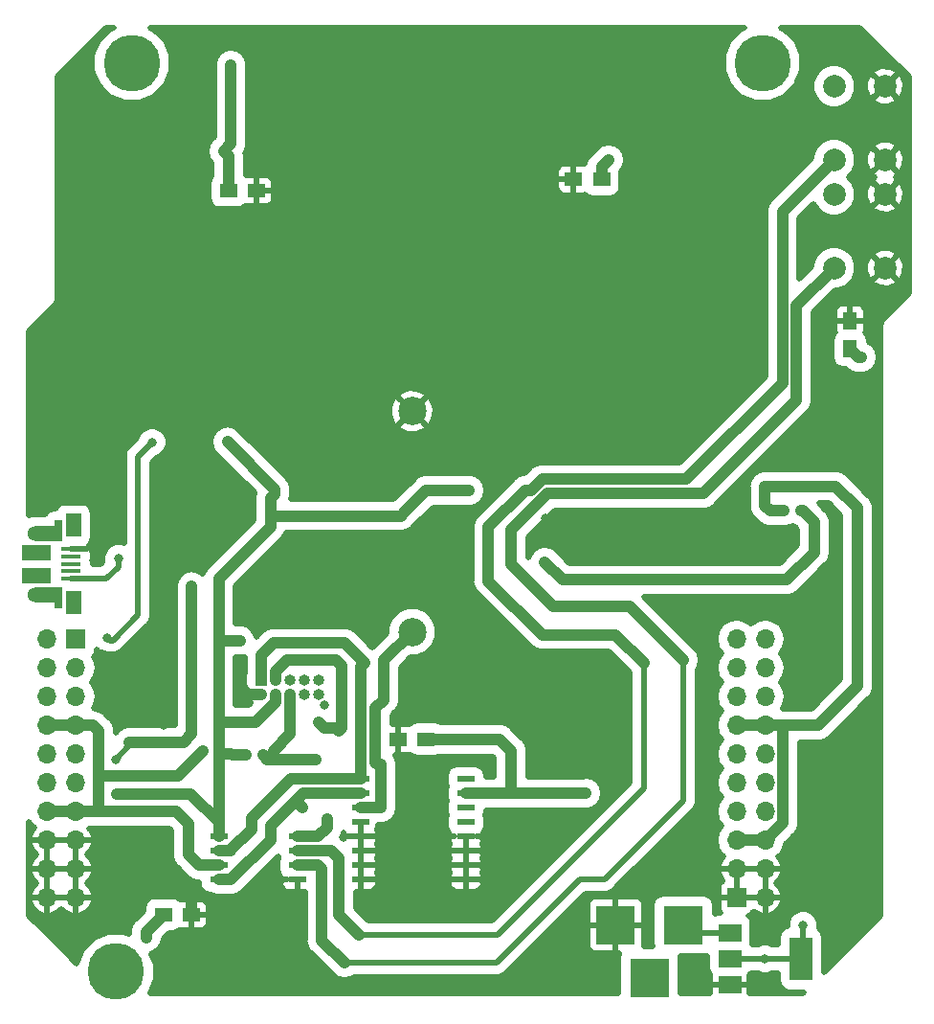
<source format=gbr>
G04 #@! TF.GenerationSoftware,KiCad,Pcbnew,(5.0.0)*
G04 #@! TF.CreationDate,2020-08-08T12:19:43-04:00*
G04 #@! TF.ProjectId,WS2812 Clock,57533238313220436C6F636B2E6B6963,rev?*
G04 #@! TF.SameCoordinates,Original*
G04 #@! TF.FileFunction,Copper,L2,Bot,Signal*
G04 #@! TF.FilePolarity,Positive*
%FSLAX46Y46*%
G04 Gerber Fmt 4.6, Leading zero omitted, Abs format (unit mm)*
G04 Created by KiCad (PCBNEW (5.0.0)) date 08/08/20 12:19:43*
%MOMM*%
%LPD*%
G01*
G04 APERTURE LIST*
G04 #@! TA.AperFunction,ComponentPad*
%ADD10C,5.000000*%
G04 #@! TD*
G04 #@! TA.AperFunction,ComponentPad*
%ADD11C,2.500000*%
G04 #@! TD*
G04 #@! TA.AperFunction,SMDPad,CuDef*
%ADD12R,2.500000X1.425000*%
G04 #@! TD*
G04 #@! TA.AperFunction,SMDPad,CuDef*
%ADD13R,0.700000X1.825000*%
G04 #@! TD*
G04 #@! TA.AperFunction,ComponentPad*
%ADD14O,3.150000X1.300000*%
G04 #@! TD*
G04 #@! TA.AperFunction,ComponentPad*
%ADD15R,1.400000X2.000000*%
G04 #@! TD*
G04 #@! TA.AperFunction,SMDPad,CuDef*
%ADD16R,1.750000X0.400000*%
G04 #@! TD*
G04 #@! TA.AperFunction,SMDPad,CuDef*
%ADD17R,1.550000X0.600000*%
G04 #@! TD*
G04 #@! TA.AperFunction,SMDPad,CuDef*
%ADD18R,1.500000X1.250000*%
G04 #@! TD*
G04 #@! TA.AperFunction,SMDPad,CuDef*
%ADD19R,1.250000X1.500000*%
G04 #@! TD*
G04 #@! TA.AperFunction,ComponentPad*
%ADD20O,1.000000X1.000000*%
G04 #@! TD*
G04 #@! TA.AperFunction,ComponentPad*
%ADD21R,1.000000X1.000000*%
G04 #@! TD*
G04 #@! TA.AperFunction,SMDPad,CuDef*
%ADD22R,0.500000X0.900000*%
G04 #@! TD*
G04 #@! TA.AperFunction,ComponentPad*
%ADD23C,2.000000*%
G04 #@! TD*
G04 #@! TA.AperFunction,ComponentPad*
%ADD24R,1.700000X1.700000*%
G04 #@! TD*
G04 #@! TA.AperFunction,ComponentPad*
%ADD25O,1.700000X1.700000*%
G04 #@! TD*
G04 #@! TA.AperFunction,SMDPad,CuDef*
%ADD26R,1.500000X0.600000*%
G04 #@! TD*
G04 #@! TA.AperFunction,ComponentPad*
%ADD27R,3.500000X3.500000*%
G04 #@! TD*
G04 #@! TA.AperFunction,SMDPad,CuDef*
%ADD28R,2.000000X1.500000*%
G04 #@! TD*
G04 #@! TA.AperFunction,SMDPad,CuDef*
%ADD29R,2.000000X3.800000*%
G04 #@! TD*
G04 #@! TA.AperFunction,ViaPad*
%ADD30C,0.800000*%
G04 #@! TD*
G04 #@! TA.AperFunction,Conductor*
%ADD31C,1.000000*%
G04 #@! TD*
G04 #@! TA.AperFunction,Conductor*
%ADD32C,0.500000*%
G04 #@! TD*
G04 APERTURE END LIST*
D10*
G04 #@! TO.P,REF\002A\002A,1*
G04 #@! TO.N,N/C*
X236000000Y-34200000D03*
G04 #@! TD*
G04 #@! TO.P,REF\002A\002A,1*
G04 #@! TO.N,N/C*
X180200000Y-34200000D03*
G04 #@! TD*
D11*
G04 #@! TO.P,U24,1*
G04 #@! TO.N,GND*
X205000000Y-65000000D03*
G04 #@! TO.P,U24,2*
G04 #@! TO.N,Net-(U24-Pad2)*
X205000000Y-84500000D03*
G04 #@! TD*
D12*
G04 #@! TO.P,USB1,SH*
G04 #@! TO.N,N/C*
X171750000Y-77500000D03*
D13*
X173710000Y-81490000D03*
D14*
X172480000Y-81225000D03*
D15*
X175030000Y-81925000D03*
D16*
G04 #@! TO.P,USB1,1*
G04 #@! TO.N,+5V*
X174825000Y-79800000D03*
D15*
G04 #@! TO.P,USB1,SH*
G04 #@! TO.N,N/C*
X175030000Y-75075000D03*
D16*
G04 #@! TO.P,USB1,2*
X174825000Y-79150000D03*
G04 #@! TO.P,USB1,3*
X174825000Y-78500000D03*
G04 #@! TO.P,USB1,4*
X174825000Y-77850000D03*
G04 #@! TO.P,USB1,5*
G04 #@! TO.N,GND*
X174825000Y-77200000D03*
D14*
G04 #@! TO.P,USB1,SH*
G04 #@! TO.N,N/C*
X172480000Y-75775000D03*
D13*
X173710000Y-75510000D03*
D12*
X171750000Y-79500000D03*
G04 #@! TD*
D17*
G04 #@! TO.P,MCU1,1*
G04 #@! TO.N,RST*
X194900000Y-102595000D03*
G04 #@! TO.P,MCU1,2*
G04 #@! TO.N,BTN1*
X194900000Y-103865000D03*
G04 #@! TO.P,MCU1,3*
G04 #@! TO.N,BTN2*
X194900000Y-105135000D03*
G04 #@! TO.P,MCU1,4*
G04 #@! TO.N,GND*
X194900000Y-106405000D03*
G04 #@! TO.P,MCU1,5*
G04 #@! TO.N,SDA*
X187900000Y-106405000D03*
G04 #@! TO.P,MCU1,6*
G04 #@! TO.N,DIN*
X187900000Y-105135000D03*
G04 #@! TO.P,MCU1,7*
G04 #@! TO.N,SCL*
X187900000Y-103865000D03*
G04 #@! TO.P,MCU1,8*
G04 #@! TO.N,+5V*
X187900000Y-102600000D03*
G04 #@! TD*
D18*
G04 #@! TO.P,C3,1*
G04 #@! TO.N,+5V*
X206250000Y-94000000D03*
G04 #@! TO.P,C3,2*
G04 #@! TO.N,GND*
X203750000Y-94000000D03*
G04 #@! TD*
G04 #@! TO.P,C4,2*
G04 #@! TO.N,GND*
X185500000Y-109500000D03*
G04 #@! TO.P,C4,1*
G04 #@! TO.N,+5V*
X183000000Y-109500000D03*
G04 #@! TD*
G04 #@! TO.P,C5,2*
G04 #@! TO.N,GND*
X219250000Y-44500000D03*
G04 #@! TO.P,C5,1*
G04 #@! TO.N,+5V*
X221750000Y-44500000D03*
G04 #@! TD*
G04 #@! TO.P,C6,2*
G04 #@! TO.N,GND*
X191250000Y-45500000D03*
G04 #@! TO.P,C6,1*
G04 #@! TO.N,+5V*
X188750000Y-45500000D03*
G04 #@! TD*
D19*
G04 #@! TO.P,C7,1*
G04 #@! TO.N,+5V*
X243750000Y-59500000D03*
G04 #@! TO.P,C7,2*
G04 #@! TO.N,GND*
X243750000Y-57000000D03*
G04 #@! TD*
D20*
G04 #@! TO.P,J1,10*
G04 #@! TO.N,GND*
X196750000Y-90000000D03*
G04 #@! TO.P,J1,9*
G04 #@! TO.N,SDA*
X196750000Y-88730000D03*
G04 #@! TO.P,J1,8*
G04 #@! TO.N,N/C*
X195480000Y-90000000D03*
G04 #@! TO.P,J1,7*
G04 #@! TO.N,+5V*
X195480000Y-88730000D03*
G04 #@! TO.P,J1,6*
G04 #@! TO.N,RST*
X194210000Y-90000000D03*
G04 #@! TO.P,J1,5*
G04 #@! TO.N,N/C*
X194210000Y-88730000D03*
G04 #@! TO.P,J1,4*
G04 #@! TO.N,+5V*
X192940000Y-90000000D03*
G04 #@! TO.P,J1,3*
G04 #@! TO.N,DIN*
X192940000Y-88730000D03*
G04 #@! TO.P,J1,2*
G04 #@! TO.N,GND*
X191670000Y-90000000D03*
D21*
G04 #@! TO.P,J1,1*
G04 #@! TO.N,SCL*
X191670000Y-88730000D03*
G04 #@! TD*
D22*
G04 #@! TO.P,R1,1*
G04 #@! TO.N,+5V*
X190320800Y-95402400D03*
G04 #@! TO.P,R1,2*
G04 #@! TO.N,RST*
X191820800Y-95402400D03*
G04 #@! TD*
G04 #@! TO.P,R2,2*
G04 #@! TO.N,Net-(R2-Pad2)*
X239408400Y-73812400D03*
G04 #@! TO.P,R2,1*
G04 #@! TO.N,DOUT*
X237908400Y-73812400D03*
G04 #@! TD*
D23*
G04 #@! TO.P,SW1,1*
G04 #@! TO.N,BTN1*
X242325001Y-42775001D03*
G04 #@! TO.P,SW1,2*
G04 #@! TO.N,GND*
X246825001Y-42775001D03*
G04 #@! TO.P,SW1,1*
G04 #@! TO.N,BTN1*
X242325001Y-36275001D03*
G04 #@! TO.P,SW1,2*
G04 #@! TO.N,GND*
X246825001Y-36275001D03*
G04 #@! TD*
G04 #@! TO.P,SW2,2*
G04 #@! TO.N,GND*
X246825001Y-45825001D03*
G04 #@! TO.P,SW2,1*
G04 #@! TO.N,BTN2*
X242325001Y-45825001D03*
G04 #@! TO.P,SW2,2*
G04 #@! TO.N,GND*
X246825001Y-52325001D03*
G04 #@! TO.P,SW2,1*
G04 #@! TO.N,BTN2*
X242325001Y-52325001D03*
G04 #@! TD*
D24*
G04 #@! TO.P,CONN_LEFT_1,1*
G04 #@! TO.N,+5V*
X175250000Y-85140000D03*
D25*
G04 #@! TO.P,CONN_LEFT_1,2*
X172710000Y-85140000D03*
G04 #@! TO.P,CONN_LEFT_1,3*
X175250000Y-87680000D03*
G04 #@! TO.P,CONN_LEFT_1,4*
X172710000Y-87680000D03*
G04 #@! TO.P,CONN_LEFT_1,5*
X175250000Y-90220000D03*
G04 #@! TO.P,CONN_LEFT_1,6*
X172710000Y-90220000D03*
G04 #@! TO.P,CONN_LEFT_1,7*
G04 #@! TO.N,DIN*
X175250000Y-92760000D03*
G04 #@! TO.P,CONN_LEFT_1,8*
X172710000Y-92760000D03*
G04 #@! TO.P,CONN_LEFT_1,9*
G04 #@! TO.N,N/C*
X175250000Y-95300000D03*
G04 #@! TO.P,CONN_LEFT_1,10*
X172710000Y-95300000D03*
G04 #@! TO.P,CONN_LEFT_1,11*
X175250000Y-97840000D03*
G04 #@! TO.P,CONN_LEFT_1,12*
X172710000Y-97840000D03*
G04 #@! TO.P,CONN_LEFT_1,13*
G04 #@! TO.N,DIN*
X175250000Y-100380000D03*
G04 #@! TO.P,CONN_LEFT_1,14*
X172710000Y-100380000D03*
G04 #@! TO.P,CONN_LEFT_1,15*
G04 #@! TO.N,GND*
X175250000Y-102920000D03*
G04 #@! TO.P,CONN_LEFT_1,16*
X172710000Y-102920000D03*
G04 #@! TO.P,CONN_LEFT_1,17*
X175250000Y-105460000D03*
G04 #@! TO.P,CONN_LEFT_1,18*
X172710000Y-105460000D03*
G04 #@! TO.P,CONN_LEFT_1,19*
X175250000Y-108000000D03*
G04 #@! TO.P,CONN_LEFT_1,20*
X172710000Y-108000000D03*
G04 #@! TD*
G04 #@! TO.P,CONN_RIGHT_1,20*
G04 #@! TO.N,+5V*
X236250000Y-85140000D03*
G04 #@! TO.P,CONN_RIGHT_1,19*
X233710000Y-85140000D03*
G04 #@! TO.P,CONN_RIGHT_1,18*
X236250000Y-87680000D03*
G04 #@! TO.P,CONN_RIGHT_1,17*
X233710000Y-87680000D03*
G04 #@! TO.P,CONN_RIGHT_1,16*
X236250000Y-90220000D03*
G04 #@! TO.P,CONN_RIGHT_1,15*
X233710000Y-90220000D03*
G04 #@! TO.P,CONN_RIGHT_1,14*
G04 #@! TO.N,DOUT*
X236250000Y-92760000D03*
G04 #@! TO.P,CONN_RIGHT_1,13*
X233710000Y-92760000D03*
G04 #@! TO.P,CONN_RIGHT_1,12*
G04 #@! TO.N,N/C*
X236250000Y-95300000D03*
G04 #@! TO.P,CONN_RIGHT_1,11*
X233710000Y-95300000D03*
G04 #@! TO.P,CONN_RIGHT_1,10*
X236250000Y-97840000D03*
G04 #@! TO.P,CONN_RIGHT_1,9*
X233710000Y-97840000D03*
G04 #@! TO.P,CONN_RIGHT_1,8*
X236250000Y-100380000D03*
G04 #@! TO.P,CONN_RIGHT_1,7*
X233710000Y-100380000D03*
G04 #@! TO.P,CONN_RIGHT_1,6*
G04 #@! TO.N,DOUT*
X236250000Y-102920000D03*
G04 #@! TO.P,CONN_RIGHT_1,5*
X233710000Y-102920000D03*
G04 #@! TO.P,CONN_RIGHT_1,4*
G04 #@! TO.N,GND*
X236250000Y-105460000D03*
G04 #@! TO.P,CONN_RIGHT_1,3*
X233710000Y-105460000D03*
G04 #@! TO.P,CONN_RIGHT_1,2*
X236250000Y-108000000D03*
D24*
G04 #@! TO.P,CONN_RIGHT_1,1*
X233710000Y-108000000D03*
G04 #@! TD*
D26*
G04 #@! TO.P,U25,16*
G04 #@! TO.N,SCL*
X200450000Y-97505000D03*
G04 #@! TO.P,U25,15*
G04 #@! TO.N,SDA*
X200450000Y-98775000D03*
G04 #@! TO.P,U25,14*
G04 #@! TO.N,Net-(U24-Pad2)*
X200450000Y-100045000D03*
G04 #@! TO.P,U25,13*
G04 #@! TO.N,GND*
X200450000Y-101315000D03*
G04 #@! TO.P,U25,12*
X200450000Y-102585000D03*
G04 #@! TO.P,U25,11*
X200450000Y-103855000D03*
G04 #@! TO.P,U25,10*
X200450000Y-105125000D03*
G04 #@! TO.P,U25,9*
X200450000Y-106395000D03*
G04 #@! TO.P,U25,8*
X209750000Y-106395000D03*
G04 #@! TO.P,U25,7*
X209750000Y-105125000D03*
G04 #@! TO.P,U25,6*
X209750000Y-103855000D03*
G04 #@! TO.P,U25,5*
X209750000Y-102585000D03*
G04 #@! TO.P,U25,4*
G04 #@! TO.N,N/C*
X209750000Y-101315000D03*
G04 #@! TO.P,U25,3*
X209750000Y-100045000D03*
G04 #@! TO.P,U25,2*
G04 #@! TO.N,+5V*
X209750000Y-98775000D03*
G04 #@! TO.P,U25,1*
G04 #@! TO.N,N/C*
X209750000Y-97505000D03*
G04 #@! TD*
D27*
G04 #@! TO.P,J2,3*
G04 #@! TO.N,N/C*
X226000000Y-115100000D03*
G04 #@! TO.P,J2,2*
G04 #@! TO.N,GND*
X223000000Y-110400000D03*
G04 #@! TO.P,J2,1*
G04 #@! TO.N,Net-(J2-Pad1)*
X229000000Y-110400000D03*
G04 #@! TD*
D28*
G04 #@! TO.P,U26,1*
G04 #@! TO.N,GND*
X233100000Y-115700000D03*
G04 #@! TO.P,U26,3*
G04 #@! TO.N,Net-(J2-Pad1)*
X233100000Y-111100000D03*
G04 #@! TO.P,U26,2*
G04 #@! TO.N,+5V*
X233100000Y-113400000D03*
D29*
X239400000Y-113400000D03*
G04 #@! TD*
D10*
G04 #@! TO.P,REF\002A\002A,1*
G04 #@! TO.N,N/C*
X178800000Y-114500000D03*
G04 #@! TD*
D30*
G04 #@! TO.N,DIN*
X185200000Y-101450000D03*
X186500000Y-95000000D03*
X196750000Y-92500000D03*
G04 #@! TO.N,GND*
X198932800Y-35153600D03*
X206197200Y-36880800D03*
X184658000Y-47498000D03*
X186740800Y-66090800D03*
X229920800Y-75082400D03*
X232664000Y-64871600D03*
X204774800Y-75844400D03*
X198120000Y-75895200D03*
X216763600Y-74472800D03*
X174955200Y-71729600D03*
X184708800Y-75742800D03*
X191820800Y-39776400D03*
X188061600Y-31902400D03*
X175920400Y-34391600D03*
X180000000Y-108250000D03*
X189750000Y-89250000D03*
X197250000Y-91000000D03*
X182250000Y-81500000D03*
X182250000Y-85250000D03*
X183000000Y-92750000D03*
X239500000Y-67750000D03*
X241750000Y-80500000D03*
X191250000Y-82750000D03*
X185750000Y-57750000D03*
X177750000Y-76500000D03*
X201800000Y-39800000D03*
X213600000Y-39400000D03*
X230800000Y-114800000D03*
X236000000Y-116000000D03*
X235800000Y-110800000D03*
G04 #@! TO.N,+5V*
X188315600Y-42011600D03*
X188976000Y-34384400D03*
X178866800Y-98806000D03*
X188671200Y-67716400D03*
X192862000Y-72314000D03*
X204368400Y-73863200D03*
X210007200Y-71983600D03*
X204368400Y-73863200D03*
X220370400Y-98755200D03*
X184505600Y-98806000D03*
X181500000Y-111500000D03*
X222402400Y-42750000D03*
X189750000Y-85250000D03*
X244750000Y-60250000D03*
X179000000Y-78000000D03*
X236200000Y-113400000D03*
X239600000Y-110400000D03*
G04 #@! TO.N,Net-(U2-Pad2)*
X185500000Y-80500000D03*
X178750000Y-95750000D03*
G04 #@! TO.N,Net-(U3-Pad2)*
X182000000Y-67750000D03*
X178000000Y-85000000D03*
G04 #@! TO.N,Net-(R2-Pad2)*
X216750000Y-78350000D03*
X238150000Y-79900000D03*
G04 #@! TO.N,SDA*
X195250000Y-100000000D03*
G04 #@! TO.N,RST*
X197500000Y-101000000D03*
X196500000Y-95750000D03*
G04 #@! TO.N,DOUT*
X236220000Y-71628000D03*
G04 #@! TD*
D31*
G04 #@! TO.N,DIN*
X186125000Y-105135000D02*
X185200000Y-104210000D01*
X187900000Y-105135000D02*
X186125000Y-105135000D01*
X185200000Y-104210000D02*
X185200000Y-101450000D01*
X185200000Y-101450000D02*
X185200000Y-101450000D01*
X184130000Y-100380000D02*
X185200000Y-101450000D01*
X172710000Y-92760000D02*
X175250000Y-92760000D01*
X172710000Y-100380000D02*
X177250000Y-100380000D01*
X177250000Y-100380000D02*
X184130000Y-100380000D01*
X176750000Y-92760000D02*
X175250000Y-92760000D01*
X177250000Y-93260000D02*
X176750000Y-92760000D01*
X177250000Y-100380000D02*
X177250000Y-97250000D01*
X177250000Y-97250000D02*
X177250000Y-93260000D01*
X186500000Y-95000000D02*
X184250000Y-97250000D01*
X184250000Y-97250000D02*
X177250000Y-97250000D01*
X192940000Y-88730000D02*
X192940000Y-88022894D01*
X198250000Y-87000000D02*
X198750000Y-87500000D01*
X192940000Y-88022894D02*
X193962894Y-87000000D01*
X198750000Y-87500000D02*
X198750000Y-93000000D01*
X198750000Y-93000000D02*
X198500000Y-93250000D01*
X193962894Y-87000000D02*
X198250000Y-87000000D01*
X198750000Y-93000000D02*
X197250000Y-93000000D01*
X197250000Y-93000000D02*
X196750000Y-92500000D01*
G04 #@! TO.N,GND*
X185500000Y-109500000D02*
X185500000Y-107500000D01*
X185500000Y-107500000D02*
X180750000Y-107500000D01*
X180750000Y-107500000D02*
X180000000Y-108250000D01*
X191670000Y-90000000D02*
X190500000Y-90000000D01*
X190500000Y-90000000D02*
X189750000Y-89250000D01*
D32*
X200450000Y-101315000D02*
X200450000Y-102585000D01*
X176200000Y-77200000D02*
X176900000Y-76500000D01*
X174825000Y-77200000D02*
X176200000Y-77200000D01*
X176900000Y-76500000D02*
X177750000Y-76500000D01*
D31*
G04 #@! TO.N,+5V*
X188976000Y-41351200D02*
X188315600Y-42011600D01*
X188976000Y-34384400D02*
X188976000Y-41351200D01*
X179432485Y-98806000D02*
X178866800Y-98806000D01*
X187900000Y-101300000D02*
X185406000Y-98806000D01*
X187900000Y-102600000D02*
X187900000Y-101300000D01*
X192862000Y-71907200D02*
X188671200Y-67716400D01*
X192862000Y-72314000D02*
X192862000Y-71907200D01*
X192862000Y-72314000D02*
X192462001Y-72713999D01*
X192462001Y-75253999D02*
X187900000Y-79816000D01*
X192557200Y-74263199D02*
X192462001Y-74168000D01*
X203968401Y-74263199D02*
X192557200Y-74263199D01*
X204368400Y-73863200D02*
X203968401Y-74263199D01*
X192462001Y-72713999D02*
X192462001Y-74168000D01*
X192462001Y-74168000D02*
X192462001Y-75253999D01*
X210007200Y-71983600D02*
X206248000Y-71983600D01*
X206248000Y-71983600D02*
X204368400Y-73863200D01*
X220350600Y-98775000D02*
X220370400Y-98755200D01*
X185406000Y-98806000D02*
X184505600Y-98806000D01*
X184505600Y-98806000D02*
X179432485Y-98806000D01*
X188918400Y-95250000D02*
X187900000Y-95250000D01*
X189070800Y-95402400D02*
X188918400Y-95250000D01*
X190320800Y-95402400D02*
X189070800Y-95402400D01*
X187900000Y-95250000D02*
X187900000Y-101300000D01*
X206250000Y-94000000D02*
X212750000Y-94000000D01*
X213750000Y-95000000D02*
X213750000Y-98775000D01*
X212750000Y-94000000D02*
X213750000Y-95000000D01*
X209750000Y-98775000D02*
X213750000Y-98775000D01*
X213750000Y-98775000D02*
X220350600Y-98775000D01*
X181500000Y-111000000D02*
X183000000Y-109500000D01*
X181500000Y-111500000D02*
X181500000Y-111000000D01*
X221750000Y-43402400D02*
X222402400Y-42750000D01*
X221750000Y-44500000D02*
X221750000Y-43402400D01*
X188750000Y-42446000D02*
X188315600Y-42011600D01*
X188750000Y-45500000D02*
X188750000Y-42446000D01*
X191147106Y-92500000D02*
X187900000Y-92500000D01*
X192940000Y-90707106D02*
X191147106Y-92500000D01*
X192940000Y-90000000D02*
X192940000Y-90707106D01*
X187900000Y-92500000D02*
X187900000Y-95250000D01*
X189184315Y-85250000D02*
X187900000Y-85250000D01*
X189750000Y-85250000D02*
X189184315Y-85250000D01*
X187900000Y-79816000D02*
X187900000Y-85250000D01*
X187900000Y-85250000D02*
X187900000Y-92500000D01*
X244500000Y-60250000D02*
X243750000Y-59500000D01*
X244750000Y-60250000D02*
X244500000Y-60250000D01*
D32*
X174825000Y-79800000D02*
X177950000Y-79800000D01*
X177950000Y-79800000D02*
X179000000Y-78750000D01*
X179000000Y-78750000D02*
X179000000Y-78000000D01*
X233100000Y-113400000D02*
X236200000Y-113400000D01*
X236200000Y-113400000D02*
X239400000Y-113400000D01*
X239600000Y-113200000D02*
X239400000Y-113400000D01*
X239600000Y-110400000D02*
X239600000Y-113200000D01*
D31*
G04 #@! TO.N,Net-(U2-Pad2)*
X184750000Y-94250000D02*
X180000000Y-94250000D01*
X185500000Y-93500000D02*
X184750000Y-94250000D01*
X185500000Y-80500000D02*
X185500000Y-93500000D01*
D32*
X180000000Y-94250000D02*
X180000000Y-94500000D01*
X180000000Y-94500000D02*
X178750000Y-95750000D01*
G04 #@! TO.N,Net-(U3-Pad2)*
X182000000Y-67750000D02*
X180750000Y-69000000D01*
X180750000Y-69000000D02*
X180750000Y-83000000D01*
X180750000Y-83000000D02*
X178500000Y-85250000D01*
X178500000Y-85250000D02*
X178250000Y-85250000D01*
X178250000Y-85250000D02*
X178000000Y-85000000D01*
D31*
G04 #@! TO.N,Net-(R2-Pad2)*
X218300000Y-79900000D02*
X216750000Y-78350000D01*
X238150000Y-79900000D02*
X218300000Y-79900000D01*
X239408400Y-73812400D02*
X239572800Y-73812400D01*
X239572800Y-73812400D02*
X240588800Y-74828400D01*
X240588800Y-77461200D02*
X238150000Y-79900000D01*
X240588800Y-74828400D02*
X240588800Y-77461200D01*
G04 #@! TO.N,SDA*
X188965002Y-106405000D02*
X187900000Y-106405000D01*
X200450000Y-98775000D02*
X196595002Y-98775000D01*
X192500002Y-102870000D02*
X192500002Y-101631998D01*
X192500002Y-102870000D02*
X188965002Y-106405000D01*
X195357000Y-98775000D02*
X196595002Y-98775000D01*
X194882000Y-99632000D02*
X195250000Y-100000000D01*
X194882000Y-99250000D02*
X194882000Y-99632000D01*
X194882000Y-99250000D02*
X195357000Y-98775000D01*
X192500002Y-101631998D02*
X194882000Y-99250000D01*
G04 #@! TO.N,RST*
X196675000Y-102595000D02*
X197500000Y-101770000D01*
X194900000Y-102595000D02*
X196675000Y-102595000D01*
X197500000Y-101770000D02*
X197500000Y-101000000D01*
X192168400Y-95750000D02*
X191820800Y-95402400D01*
X192750000Y-95750000D02*
X192750000Y-95000000D01*
X192750000Y-95750000D02*
X192168400Y-95750000D01*
X196500000Y-95750000D02*
X192750000Y-95750000D01*
X194210000Y-93540000D02*
X194210000Y-90000000D01*
X192750000Y-95000000D02*
X194210000Y-93540000D01*
G04 #@! TO.N,SCL*
X198700000Y-97505000D02*
X200450000Y-97505000D01*
X194239400Y-97505000D02*
X198700000Y-97505000D01*
X190804800Y-100939600D02*
X194239400Y-97505000D01*
X188976000Y-103784400D02*
X190804800Y-101955600D01*
X188976000Y-103865000D02*
X188976000Y-103784400D01*
X190804800Y-101955600D02*
X190804800Y-100939600D01*
X187900000Y-103865000D02*
X188976000Y-103865000D01*
X191670000Y-88730000D02*
X191670000Y-86580000D01*
X191670000Y-86580000D02*
X192750000Y-85500000D01*
X192750000Y-85500000D02*
X199000000Y-85500000D01*
X199000000Y-85500000D02*
X200750000Y-87250000D01*
X200450000Y-87550000D02*
X200450000Y-97505000D01*
X200750000Y-87250000D02*
X200450000Y-87550000D01*
G04 #@! TO.N,BTN1*
X242325001Y-42775001D02*
X237750000Y-47350002D01*
X237750000Y-47350002D02*
X237750000Y-62500000D01*
X237750000Y-62500000D02*
X229250000Y-71000000D01*
X216552930Y-71000000D02*
X215552930Y-72000000D01*
X229250000Y-71000000D02*
X216552930Y-71000000D01*
X215552930Y-72000000D02*
X215000000Y-72000000D01*
X215000000Y-72000000D02*
X211750000Y-75250000D01*
X211750000Y-75250000D02*
X211750000Y-80000000D01*
X211750000Y-80000000D02*
X216500000Y-84750000D01*
X216500000Y-84750000D02*
X223000000Y-84750000D01*
X223000000Y-84750000D02*
X225500000Y-87250000D01*
X200250000Y-111250000D02*
X198500000Y-109500000D01*
X198500000Y-109500000D02*
X198500000Y-104500000D01*
X197865000Y-103865000D02*
X194900000Y-103865000D01*
X198500000Y-104500000D02*
X197865000Y-103865000D01*
D32*
X200250000Y-111250000D02*
X212550000Y-111250000D01*
X225500000Y-98300000D02*
X225500000Y-87250000D01*
X212550000Y-111250000D02*
X225500000Y-98300000D01*
D31*
G04 #@! TO.N,BTN2*
X196675000Y-105135000D02*
X197000000Y-105460000D01*
X194900000Y-105135000D02*
X196675000Y-105135000D01*
X197000000Y-105460000D02*
X197000000Y-111750000D01*
X197000000Y-111750000D02*
X199000000Y-113750000D01*
X229000000Y-87000000D02*
X224250000Y-82250000D01*
X224250000Y-82250000D02*
X217500000Y-82250000D01*
X217500000Y-82250000D02*
X213750000Y-78500000D01*
X213750000Y-78500000D02*
X213750000Y-75500000D01*
X213750000Y-75500000D02*
X217000000Y-72250000D01*
X217000000Y-72250000D02*
X230750000Y-72250000D01*
X230750000Y-72250000D02*
X239000000Y-64000000D01*
X239000000Y-55650002D02*
X242325001Y-52325001D01*
X239000000Y-64000000D02*
X239000000Y-55650002D01*
D32*
X229000000Y-87000000D02*
X229000000Y-99400000D01*
X229000000Y-99400000D02*
X222000000Y-106400000D01*
X222000000Y-106400000D02*
X219800000Y-106400000D01*
X212450000Y-113750000D02*
X199000000Y-113750000D01*
X219800000Y-106400000D02*
X212450000Y-113750000D01*
D31*
G04 #@! TO.N,DOUT*
X236658400Y-73812400D02*
X237908400Y-73812400D01*
X236220000Y-73374000D02*
X236658400Y-73812400D01*
X236220000Y-71628000D02*
X236220000Y-73374000D01*
X233710000Y-92760000D02*
X236250000Y-92760000D01*
X237099999Y-102070001D02*
X236250000Y-102920000D01*
X237800001Y-101369999D02*
X237099999Y-102070001D01*
X237800001Y-93107920D02*
X237800001Y-101369999D01*
X237452081Y-92760000D02*
X237800001Y-93107920D01*
X236250000Y-92760000D02*
X237452081Y-92760000D01*
X233710000Y-102920000D02*
X236250000Y-102920000D01*
X236220000Y-71628000D02*
X242468400Y-71628000D01*
X242468400Y-71628000D02*
X244398800Y-73558400D01*
X244398800Y-73558400D02*
X244398800Y-89306400D01*
X240945200Y-92760000D02*
X237452081Y-92760000D01*
X244398800Y-89306400D02*
X240945200Y-92760000D01*
G04 #@! TO.N,Net-(U24-Pad2)*
X202500000Y-87000000D02*
X205000000Y-84500000D01*
X200450000Y-100045000D02*
X202250000Y-100045000D01*
X202500000Y-90500000D02*
X202500000Y-87000000D01*
X202250000Y-96250000D02*
X202000000Y-96250000D01*
X202250000Y-100045000D02*
X202250000Y-96250000D01*
X201750000Y-96000000D02*
X201750000Y-91250000D01*
X202000000Y-96250000D02*
X201750000Y-96000000D01*
X201750000Y-91250000D02*
X202500000Y-90500000D01*
D32*
G04 #@! TO.N,Net-(J2-Pad1)*
X229700000Y-111100000D02*
X229000000Y-110400000D01*
X233100000Y-111100000D02*
X229700000Y-111100000D01*
G04 #@! TD*
G04 #@! TO.N,GND*
G36*
X231080409Y-114150000D02*
X231158021Y-114540181D01*
X231342000Y-114815526D01*
X231342000Y-115506500D01*
X231531500Y-115696000D01*
X233096000Y-115696000D01*
X233096000Y-115676000D01*
X233104000Y-115676000D01*
X233104000Y-115696000D01*
X234668500Y-115696000D01*
X234858000Y-115506500D01*
X234858000Y-114815526D01*
X234968600Y-114650000D01*
X235559390Y-114650000D01*
X235921523Y-114800000D01*
X236478477Y-114800000D01*
X236840610Y-114650000D01*
X237380409Y-114650000D01*
X237380409Y-115300000D01*
X237458021Y-115690181D01*
X237679040Y-116020960D01*
X238009819Y-116241979D01*
X238400000Y-116319591D01*
X239660131Y-116319591D01*
X239554722Y-116425000D01*
X234858000Y-116425000D01*
X234858000Y-115893500D01*
X234668500Y-115704000D01*
X233104000Y-115704000D01*
X233104000Y-115724000D01*
X233096000Y-115724000D01*
X233096000Y-115704000D01*
X231531500Y-115704000D01*
X231342000Y-115893500D01*
X231342000Y-116425000D01*
X228769591Y-116425000D01*
X228769591Y-113350000D01*
X228733705Y-113169591D01*
X230750000Y-113169591D01*
X231080409Y-113103868D01*
X231080409Y-114150000D01*
X231080409Y-114150000D01*
G37*
X231080409Y-114150000D02*
X231158021Y-114540181D01*
X231342000Y-114815526D01*
X231342000Y-115506500D01*
X231531500Y-115696000D01*
X233096000Y-115696000D01*
X233096000Y-115676000D01*
X233104000Y-115676000D01*
X233104000Y-115696000D01*
X234668500Y-115696000D01*
X234858000Y-115506500D01*
X234858000Y-114815526D01*
X234968600Y-114650000D01*
X235559390Y-114650000D01*
X235921523Y-114800000D01*
X236478477Y-114800000D01*
X236840610Y-114650000D01*
X237380409Y-114650000D01*
X237380409Y-115300000D01*
X237458021Y-115690181D01*
X237679040Y-116020960D01*
X238009819Y-116241979D01*
X238400000Y-116319591D01*
X239660131Y-116319591D01*
X239554722Y-116425000D01*
X234858000Y-116425000D01*
X234858000Y-115893500D01*
X234668500Y-115704000D01*
X233104000Y-115704000D01*
X233104000Y-115724000D01*
X233096000Y-115724000D01*
X233096000Y-115704000D01*
X231531500Y-115704000D01*
X231342000Y-115893500D01*
X231342000Y-116425000D01*
X228769591Y-116425000D01*
X228769591Y-113350000D01*
X228733705Y-113169591D01*
X230750000Y-113169591D01*
X231080409Y-113103868D01*
X231080409Y-114150000D01*
G36*
X178217409Y-31232843D02*
X177232843Y-32217409D01*
X176700000Y-33503807D01*
X176700000Y-34896193D01*
X177232843Y-36182591D01*
X178217409Y-37167157D01*
X179503807Y-37700000D01*
X180896193Y-37700000D01*
X182182591Y-37167157D01*
X183167157Y-36182591D01*
X183700000Y-34896193D01*
X183700000Y-33503807D01*
X183167157Y-32217409D01*
X182182591Y-31232843D01*
X181801524Y-31075000D01*
X234398476Y-31075000D01*
X234017409Y-31232843D01*
X233032843Y-32217409D01*
X232500000Y-33503807D01*
X232500000Y-34896193D01*
X233032843Y-36182591D01*
X234017409Y-37167157D01*
X235303807Y-37700000D01*
X236696193Y-37700000D01*
X237982591Y-37167157D01*
X238967157Y-36182591D01*
X239093663Y-35877176D01*
X240325001Y-35877176D01*
X240325001Y-36672826D01*
X240629483Y-37407910D01*
X241192092Y-37970519D01*
X241927176Y-38275001D01*
X242722826Y-38275001D01*
X243457910Y-37970519D01*
X244017153Y-37411276D01*
X245694383Y-37411276D01*
X245774670Y-37727464D01*
X246410455Y-38018846D01*
X247109351Y-38044744D01*
X247764957Y-37801214D01*
X247875332Y-37727464D01*
X247955619Y-37411276D01*
X246825001Y-36280658D01*
X245694383Y-37411276D01*
X244017153Y-37411276D01*
X244020519Y-37407910D01*
X244325001Y-36672826D01*
X244325001Y-36559351D01*
X245055258Y-36559351D01*
X245298788Y-37214957D01*
X245372538Y-37325332D01*
X245688726Y-37405619D01*
X246819344Y-36275001D01*
X246830658Y-36275001D01*
X247961276Y-37405619D01*
X248277464Y-37325332D01*
X248568846Y-36689547D01*
X248594744Y-35990651D01*
X248351214Y-35335045D01*
X248277464Y-35224670D01*
X247961276Y-35144383D01*
X246830658Y-36275001D01*
X246819344Y-36275001D01*
X245688726Y-35144383D01*
X245372538Y-35224670D01*
X245081156Y-35860455D01*
X245055258Y-36559351D01*
X244325001Y-36559351D01*
X244325001Y-35877176D01*
X244020519Y-35142092D01*
X244017153Y-35138726D01*
X245694383Y-35138726D01*
X246825001Y-36269344D01*
X247955619Y-35138726D01*
X247875332Y-34822538D01*
X247239547Y-34531156D01*
X246540651Y-34505258D01*
X245885045Y-34748788D01*
X245774670Y-34822538D01*
X245694383Y-35138726D01*
X244017153Y-35138726D01*
X243457910Y-34579483D01*
X242722826Y-34275001D01*
X241927176Y-34275001D01*
X241192092Y-34579483D01*
X240629483Y-35142092D01*
X240325001Y-35877176D01*
X239093663Y-35877176D01*
X239500000Y-34896193D01*
X239500000Y-33503807D01*
X238967157Y-32217409D01*
X237982591Y-31232843D01*
X237601524Y-31075000D01*
X244554722Y-31075000D01*
X248925001Y-35445280D01*
X248925000Y-54554721D01*
X246814726Y-56664996D01*
X246724970Y-56724969D01*
X246664997Y-56814725D01*
X246664996Y-56814726D01*
X246487373Y-57080557D01*
X246403941Y-57500000D01*
X246425001Y-57605876D01*
X246425000Y-80105874D01*
X246425001Y-80105879D01*
X246425000Y-89894125D01*
X246425000Y-89894126D01*
X246425001Y-109554720D01*
X244314728Y-111664994D01*
X244314725Y-111664996D01*
X241419591Y-114560131D01*
X241419591Y-111500000D01*
X241341979Y-111109819D01*
X241120960Y-110779040D01*
X240993596Y-110693938D01*
X241000000Y-110678477D01*
X241000000Y-110121523D01*
X240786863Y-109606963D01*
X240393037Y-109213137D01*
X239878477Y-109000000D01*
X239321523Y-109000000D01*
X238806963Y-109213137D01*
X238413137Y-109606963D01*
X238200000Y-110121523D01*
X238200000Y-110520192D01*
X238009819Y-110558021D01*
X237679040Y-110779040D01*
X237458021Y-111109819D01*
X237380409Y-111500000D01*
X237380409Y-112150000D01*
X236840610Y-112150000D01*
X236478477Y-112000000D01*
X235921523Y-112000000D01*
X235559390Y-112150000D01*
X235059917Y-112150000D01*
X235119591Y-111850000D01*
X235119591Y-110350000D01*
X235041979Y-109959819D01*
X234820960Y-109629040D01*
X234759356Y-109587878D01*
X234989373Y-109492601D01*
X235202602Y-109279372D01*
X235232443Y-109207329D01*
X235406414Y-109368951D01*
X235994503Y-109587572D01*
X236246000Y-109418495D01*
X236246000Y-108004000D01*
X236254000Y-108004000D01*
X236254000Y-109418495D01*
X236505497Y-109587572D01*
X237093586Y-109368951D01*
X237553247Y-108941919D01*
X237814500Y-108371489D01*
X237837572Y-108255497D01*
X237668494Y-108004000D01*
X236254000Y-108004000D01*
X236246000Y-108004000D01*
X233714000Y-108004000D01*
X233714000Y-108024000D01*
X233706000Y-108024000D01*
X233706000Y-108004000D01*
X232291500Y-108004000D01*
X232102000Y-108193500D01*
X232102000Y-109000775D01*
X232217398Y-109279372D01*
X232268435Y-109330409D01*
X232100000Y-109330409D01*
X231769591Y-109396132D01*
X231769591Y-108650000D01*
X231691979Y-108259819D01*
X231470960Y-107929040D01*
X231140181Y-107708021D01*
X230750000Y-107630409D01*
X227250000Y-107630409D01*
X226859819Y-107708021D01*
X226529040Y-107929040D01*
X226308021Y-108259819D01*
X226230409Y-108650000D01*
X226230409Y-112150000D01*
X226266295Y-112330409D01*
X225495725Y-112330409D01*
X225508000Y-112300775D01*
X225508000Y-110593500D01*
X225318500Y-110404000D01*
X223004000Y-110404000D01*
X223004000Y-112718500D01*
X223193500Y-112908000D01*
X223342645Y-112908000D01*
X223308021Y-112959819D01*
X223230409Y-113350000D01*
X223230409Y-116425000D01*
X181791012Y-116425000D01*
X182300000Y-115196193D01*
X182300000Y-113803807D01*
X181942746Y-112941318D01*
X182085270Y-112912968D01*
X182581439Y-112581439D01*
X182912968Y-112085271D01*
X183000000Y-111647733D01*
X183000000Y-111621320D01*
X183476729Y-111144591D01*
X183750000Y-111144591D01*
X184140181Y-111066979D01*
X184470960Y-110845960D01*
X184479380Y-110833359D01*
X184599224Y-110883000D01*
X185306500Y-110883000D01*
X185496000Y-110693500D01*
X185496000Y-109504000D01*
X185504000Y-109504000D01*
X185504000Y-110693500D01*
X185693500Y-110883000D01*
X186400776Y-110883000D01*
X186679373Y-110767601D01*
X186892602Y-110554372D01*
X187008000Y-110275775D01*
X187008000Y-109693500D01*
X186818500Y-109504000D01*
X185504000Y-109504000D01*
X185496000Y-109504000D01*
X185476000Y-109504000D01*
X185476000Y-109496000D01*
X185496000Y-109496000D01*
X185496000Y-108306500D01*
X185504000Y-108306500D01*
X185504000Y-109496000D01*
X186818500Y-109496000D01*
X187008000Y-109306500D01*
X187008000Y-108724225D01*
X186892602Y-108445628D01*
X186679373Y-108232399D01*
X186400776Y-108117000D01*
X185693500Y-108117000D01*
X185504000Y-108306500D01*
X185496000Y-108306500D01*
X185306500Y-108117000D01*
X184599224Y-108117000D01*
X184479380Y-108166641D01*
X184470960Y-108154040D01*
X184140181Y-107933021D01*
X183750000Y-107855409D01*
X182250000Y-107855409D01*
X181859819Y-107933021D01*
X181529040Y-108154040D01*
X181308021Y-108484819D01*
X181230409Y-108875000D01*
X181230409Y-109148271D01*
X180543803Y-109834877D01*
X180418561Y-109918561D01*
X180087032Y-110414729D01*
X180000000Y-110852267D01*
X180000000Y-110852271D01*
X179970615Y-111000000D01*
X180000000Y-111147729D01*
X180000000Y-111208683D01*
X179496193Y-111000000D01*
X178103807Y-111000000D01*
X176817409Y-111532843D01*
X175832843Y-112517409D01*
X175307054Y-113786776D01*
X173335006Y-111814728D01*
X173335004Y-111814725D01*
X171075000Y-109554722D01*
X171075000Y-108255497D01*
X171122428Y-108255497D01*
X171145500Y-108371489D01*
X171406753Y-108941919D01*
X171866414Y-109368951D01*
X172454503Y-109587572D01*
X172706000Y-109418495D01*
X172706000Y-108004000D01*
X172714000Y-108004000D01*
X172714000Y-109418495D01*
X172965497Y-109587572D01*
X173553586Y-109368951D01*
X173980000Y-108972806D01*
X174406414Y-109368951D01*
X174994503Y-109587572D01*
X175246000Y-109418495D01*
X175246000Y-108004000D01*
X175254000Y-108004000D01*
X175254000Y-109418495D01*
X175505497Y-109587572D01*
X176093586Y-109368951D01*
X176553247Y-108941919D01*
X176814500Y-108371489D01*
X176837572Y-108255497D01*
X176668494Y-108004000D01*
X175254000Y-108004000D01*
X175246000Y-108004000D01*
X172714000Y-108004000D01*
X172706000Y-108004000D01*
X171291506Y-108004000D01*
X171122428Y-108255497D01*
X171075000Y-108255497D01*
X171075000Y-105715497D01*
X171122428Y-105715497D01*
X171145500Y-105831489D01*
X171406753Y-106401919D01*
X171759902Y-106730000D01*
X171406753Y-107058081D01*
X171145500Y-107628511D01*
X171122428Y-107744503D01*
X171291506Y-107996000D01*
X172706000Y-107996000D01*
X172706000Y-105464000D01*
X172714000Y-105464000D01*
X172714000Y-107996000D01*
X175246000Y-107996000D01*
X175246000Y-105464000D01*
X175254000Y-105464000D01*
X175254000Y-107996000D01*
X176668494Y-107996000D01*
X176837572Y-107744503D01*
X176814500Y-107628511D01*
X176553247Y-107058081D01*
X176200098Y-106730000D01*
X176553247Y-106401919D01*
X176814500Y-105831489D01*
X176837572Y-105715497D01*
X176668494Y-105464000D01*
X175254000Y-105464000D01*
X175246000Y-105464000D01*
X172714000Y-105464000D01*
X172706000Y-105464000D01*
X171291506Y-105464000D01*
X171122428Y-105715497D01*
X171075000Y-105715497D01*
X171075000Y-103175497D01*
X171122428Y-103175497D01*
X171145500Y-103291489D01*
X171406753Y-103861919D01*
X171759902Y-104190000D01*
X171406753Y-104518081D01*
X171145500Y-105088511D01*
X171122428Y-105204503D01*
X171291506Y-105456000D01*
X172706000Y-105456000D01*
X172706000Y-102924000D01*
X172714000Y-102924000D01*
X172714000Y-105456000D01*
X175246000Y-105456000D01*
X175246000Y-102924000D01*
X175254000Y-102924000D01*
X175254000Y-105456000D01*
X176668494Y-105456000D01*
X176837572Y-105204503D01*
X176814500Y-105088511D01*
X176553247Y-104518081D01*
X176200098Y-104190000D01*
X176553247Y-103861919D01*
X176814500Y-103291489D01*
X176837572Y-103175497D01*
X176668494Y-102924000D01*
X175254000Y-102924000D01*
X175246000Y-102924000D01*
X172714000Y-102924000D01*
X172706000Y-102924000D01*
X171291506Y-102924000D01*
X171122428Y-103175497D01*
X171075000Y-103175497D01*
X171075000Y-101262960D01*
X171376225Y-101713775D01*
X171559463Y-101836211D01*
X171406753Y-101978081D01*
X171145500Y-102548511D01*
X171122428Y-102664503D01*
X171291506Y-102916000D01*
X172706000Y-102916000D01*
X172706000Y-102896000D01*
X172714000Y-102896000D01*
X172714000Y-102916000D01*
X175246000Y-102916000D01*
X175246000Y-102896000D01*
X175254000Y-102896000D01*
X175254000Y-102916000D01*
X176668494Y-102916000D01*
X176837572Y-102664503D01*
X176814500Y-102548511D01*
X176553247Y-101978081D01*
X176447672Y-101880000D01*
X177102267Y-101880000D01*
X177250000Y-101909386D01*
X177397733Y-101880000D01*
X183508680Y-101880000D01*
X183700001Y-102071321D01*
X183700000Y-104062271D01*
X183670615Y-104210000D01*
X183700000Y-104357729D01*
X183700000Y-104357732D01*
X183787032Y-104795270D01*
X184118561Y-105291439D01*
X184243804Y-105375124D01*
X184959875Y-106091194D01*
X185043561Y-106216439D01*
X185539729Y-106547968D01*
X185977267Y-106635000D01*
X186105409Y-106660489D01*
X186105409Y-106705000D01*
X186183021Y-107095181D01*
X186404040Y-107425960D01*
X186734819Y-107646979D01*
X187125000Y-107724591D01*
X187174981Y-107724591D01*
X187314729Y-107817968D01*
X187752267Y-107905000D01*
X188817273Y-107905000D01*
X188965002Y-107934385D01*
X189112731Y-107905000D01*
X189112735Y-107905000D01*
X189550273Y-107817968D01*
X190046441Y-107486439D01*
X190130125Y-107361197D01*
X193142061Y-104349262D01*
X193172045Y-104500000D01*
X193105409Y-104835000D01*
X193105409Y-105435000D01*
X193183021Y-105825181D01*
X193367000Y-106100526D01*
X193367000Y-106211500D01*
X193556500Y-106401000D01*
X193855580Y-106401000D01*
X193895799Y-106409000D01*
X193556500Y-106409000D01*
X193367000Y-106598500D01*
X193367000Y-106855775D01*
X193482398Y-107134372D01*
X193695627Y-107347601D01*
X193974224Y-107463000D01*
X194706500Y-107463000D01*
X194896000Y-107273500D01*
X194896000Y-106635000D01*
X194904000Y-106635000D01*
X194904000Y-107273500D01*
X195093500Y-107463000D01*
X195500000Y-107463000D01*
X195500001Y-111602266D01*
X195470615Y-111750000D01*
X195587032Y-112335270D01*
X195834877Y-112706197D01*
X195834880Y-112706200D01*
X195918562Y-112831439D01*
X196043801Y-112915121D01*
X198043802Y-114915123D01*
X198414729Y-115162968D01*
X198999999Y-115279385D01*
X199585270Y-115162968D01*
X199829169Y-115000000D01*
X212326896Y-115000000D01*
X212450000Y-115024487D01*
X212573104Y-115000000D01*
X212573109Y-115000000D01*
X212937725Y-114927473D01*
X213351199Y-114651199D01*
X213420936Y-114546830D01*
X217374266Y-110593500D01*
X220492000Y-110593500D01*
X220492000Y-112300775D01*
X220607398Y-112579372D01*
X220820627Y-112792601D01*
X221099224Y-112908000D01*
X222806500Y-112908000D01*
X222996000Y-112718500D01*
X222996000Y-110404000D01*
X220681500Y-110404000D01*
X220492000Y-110593500D01*
X217374266Y-110593500D01*
X219468541Y-108499225D01*
X220492000Y-108499225D01*
X220492000Y-110206500D01*
X220681500Y-110396000D01*
X222996000Y-110396000D01*
X222996000Y-108081500D01*
X223004000Y-108081500D01*
X223004000Y-110396000D01*
X225318500Y-110396000D01*
X225508000Y-110206500D01*
X225508000Y-108499225D01*
X225392602Y-108220628D01*
X225179373Y-108007399D01*
X224900776Y-107892000D01*
X223193500Y-107892000D01*
X223004000Y-108081500D01*
X222996000Y-108081500D01*
X222806500Y-107892000D01*
X221099224Y-107892000D01*
X220820627Y-108007399D01*
X220607398Y-108220628D01*
X220492000Y-108499225D01*
X219468541Y-108499225D01*
X220317767Y-107650000D01*
X221876896Y-107650000D01*
X222000000Y-107674487D01*
X222123104Y-107650000D01*
X222123109Y-107650000D01*
X222487725Y-107577473D01*
X222901199Y-107301199D01*
X222970936Y-107196830D01*
X223168541Y-106999225D01*
X232102000Y-106999225D01*
X232102000Y-107806500D01*
X232291500Y-107996000D01*
X233706000Y-107996000D01*
X233706000Y-105464000D01*
X233714000Y-105464000D01*
X233714000Y-107996000D01*
X236246000Y-107996000D01*
X236246000Y-105464000D01*
X236254000Y-105464000D01*
X236254000Y-107996000D01*
X237668494Y-107996000D01*
X237837572Y-107744503D01*
X237814500Y-107628511D01*
X237553247Y-107058081D01*
X237200098Y-106730000D01*
X237553247Y-106401919D01*
X237814500Y-105831489D01*
X237837572Y-105715497D01*
X237668494Y-105464000D01*
X236254000Y-105464000D01*
X236246000Y-105464000D01*
X233714000Y-105464000D01*
X233706000Y-105464000D01*
X232291506Y-105464000D01*
X232122428Y-105715497D01*
X232145500Y-105831489D01*
X232406753Y-106401919D01*
X232492642Y-106481711D01*
X232430627Y-106507399D01*
X232217398Y-106720628D01*
X232102000Y-106999225D01*
X223168541Y-106999225D01*
X229796833Y-100370934D01*
X229901199Y-100301199D01*
X230177473Y-99887725D01*
X230250000Y-99523109D01*
X230250000Y-99523104D01*
X230274487Y-99400000D01*
X230250000Y-99276896D01*
X230250000Y-87829167D01*
X230412968Y-87585269D01*
X230529385Y-86999999D01*
X230412968Y-86414729D01*
X230165122Y-86043802D01*
X225521320Y-81400000D01*
X238002271Y-81400000D01*
X238150000Y-81429385D01*
X238297729Y-81400000D01*
X238297733Y-81400000D01*
X238735271Y-81312968D01*
X239231439Y-80981439D01*
X239315123Y-80856197D01*
X241545000Y-78626321D01*
X241670239Y-78542639D01*
X241753921Y-78417400D01*
X241753923Y-78417398D01*
X242001768Y-78046471D01*
X242035499Y-77876892D01*
X242088800Y-77608933D01*
X242088800Y-77608930D01*
X242118185Y-77461201D01*
X242088800Y-77313472D01*
X242088800Y-74976129D01*
X242118185Y-74828400D01*
X242088800Y-74680671D01*
X242088800Y-74680667D01*
X242001768Y-74243129D01*
X241951943Y-74168561D01*
X241753923Y-73872202D01*
X241753921Y-73872200D01*
X241670239Y-73746961D01*
X241545000Y-73663279D01*
X241009720Y-73128000D01*
X241847080Y-73128000D01*
X242898800Y-74179721D01*
X242898801Y-88685078D01*
X240323880Y-91260000D01*
X237780069Y-91260000D01*
X237992661Y-90941834D01*
X238136243Y-90220000D01*
X237992661Y-89498166D01*
X237626388Y-88950000D01*
X237992661Y-88401834D01*
X238136243Y-87680000D01*
X237992661Y-86958166D01*
X237626388Y-86410000D01*
X237992661Y-85861834D01*
X238136243Y-85140000D01*
X237992661Y-84418166D01*
X237583775Y-83806225D01*
X236971834Y-83397339D01*
X236432205Y-83290000D01*
X236067795Y-83290000D01*
X235528166Y-83397339D01*
X234980000Y-83763612D01*
X234431834Y-83397339D01*
X233892205Y-83290000D01*
X233527795Y-83290000D01*
X232988166Y-83397339D01*
X232376225Y-83806225D01*
X231967339Y-84418166D01*
X231823757Y-85140000D01*
X231967339Y-85861834D01*
X232333612Y-86410000D01*
X231967339Y-86958166D01*
X231823757Y-87680000D01*
X231967339Y-88401834D01*
X232333612Y-88950000D01*
X231967339Y-89498166D01*
X231823757Y-90220000D01*
X231967339Y-90941834D01*
X232333612Y-91490000D01*
X231967339Y-92038166D01*
X231823757Y-92760000D01*
X231967339Y-93481834D01*
X232333612Y-94030000D01*
X231967339Y-94578166D01*
X231823757Y-95300000D01*
X231967339Y-96021834D01*
X232333612Y-96570000D01*
X231967339Y-97118166D01*
X231823757Y-97840000D01*
X231967339Y-98561834D01*
X232333612Y-99110000D01*
X231967339Y-99658166D01*
X231823757Y-100380000D01*
X231967339Y-101101834D01*
X232333612Y-101650000D01*
X231967339Y-102198166D01*
X231823757Y-102920000D01*
X231967339Y-103641834D01*
X232376225Y-104253775D01*
X232559463Y-104376211D01*
X232406753Y-104518081D01*
X232145500Y-105088511D01*
X232122428Y-105204503D01*
X232291506Y-105456000D01*
X233706000Y-105456000D01*
X233706000Y-105436000D01*
X233714000Y-105436000D01*
X233714000Y-105456000D01*
X236246000Y-105456000D01*
X236246000Y-105436000D01*
X236254000Y-105436000D01*
X236254000Y-105456000D01*
X237668494Y-105456000D01*
X237837572Y-105204503D01*
X237814500Y-105088511D01*
X237553247Y-104518081D01*
X237400537Y-104376211D01*
X237583775Y-104253775D01*
X237992661Y-103641834D01*
X238077873Y-103213447D01*
X238265122Y-103026198D01*
X238265122Y-103026197D01*
X238756195Y-102535124D01*
X238881440Y-102451438D01*
X239212969Y-101955270D01*
X239300001Y-101517732D01*
X239300001Y-101517729D01*
X239329386Y-101370000D01*
X239300001Y-101222271D01*
X239300001Y-94260000D01*
X240797471Y-94260000D01*
X240945200Y-94289385D01*
X241092929Y-94260000D01*
X241092933Y-94260000D01*
X241530471Y-94172968D01*
X242026639Y-93841439D01*
X242110323Y-93716197D01*
X245355000Y-90471521D01*
X245480239Y-90387839D01*
X245563921Y-90262600D01*
X245563923Y-90262598D01*
X245811768Y-89891671D01*
X245827727Y-89811439D01*
X245898800Y-89454133D01*
X245898800Y-89454129D01*
X245928185Y-89306400D01*
X245898800Y-89158671D01*
X245898800Y-73706129D01*
X245928185Y-73558400D01*
X245898800Y-73410671D01*
X245898800Y-73410667D01*
X245811768Y-72973129D01*
X245706018Y-72814863D01*
X245563923Y-72602202D01*
X245563921Y-72602200D01*
X245480239Y-72476961D01*
X245355000Y-72393279D01*
X243633523Y-70671803D01*
X243549839Y-70546561D01*
X243053671Y-70215032D01*
X242616133Y-70128000D01*
X242616129Y-70128000D01*
X242468400Y-70098615D01*
X242320671Y-70128000D01*
X236367733Y-70128000D01*
X236220000Y-70098614D01*
X236072267Y-70128000D01*
X235634729Y-70215032D01*
X235138561Y-70546561D01*
X234807032Y-71042729D01*
X234690614Y-71628000D01*
X234720000Y-71775733D01*
X234720000Y-73226271D01*
X234690615Y-73374000D01*
X234720000Y-73521729D01*
X234720000Y-73521733D01*
X234760356Y-73724614D01*
X234807032Y-73959270D01*
X235054877Y-74330197D01*
X235054880Y-74330200D01*
X235138562Y-74455439D01*
X235263801Y-74539121D01*
X235493277Y-74768597D01*
X235576961Y-74893839D01*
X236073129Y-75225368D01*
X236510667Y-75312400D01*
X236510670Y-75312400D01*
X236658399Y-75341785D01*
X236806128Y-75312400D01*
X238056133Y-75312400D01*
X238493671Y-75225368D01*
X238515123Y-75211034D01*
X238548581Y-75204379D01*
X238658400Y-75131000D01*
X238768219Y-75204379D01*
X238801677Y-75211034D01*
X238823129Y-75225368D01*
X238874707Y-75235628D01*
X239088800Y-75449721D01*
X239088801Y-76839878D01*
X237528680Y-78400000D01*
X218921321Y-78400000D01*
X217706197Y-77184877D01*
X217335270Y-76937032D01*
X216750000Y-76820615D01*
X216164730Y-76937032D01*
X215668561Y-77268561D01*
X215337032Y-77764730D01*
X215303687Y-77932367D01*
X215250000Y-77878680D01*
X215250000Y-76121320D01*
X217621321Y-73750000D01*
X230602271Y-73750000D01*
X230750000Y-73779385D01*
X230897729Y-73750000D01*
X230897733Y-73750000D01*
X231335271Y-73662968D01*
X231831439Y-73331439D01*
X231915123Y-73206197D01*
X239956200Y-65165121D01*
X240081439Y-65081439D01*
X240165121Y-64956200D01*
X240165123Y-64956198D01*
X240412968Y-64585271D01*
X240424768Y-64525949D01*
X240500000Y-64147733D01*
X240500000Y-64147729D01*
X240529385Y-64000000D01*
X240500000Y-63852271D01*
X240500000Y-58750000D01*
X242105409Y-58750000D01*
X242105409Y-60250000D01*
X242183021Y-60640181D01*
X242404040Y-60970960D01*
X242734819Y-61191979D01*
X243125000Y-61269591D01*
X243377235Y-61269591D01*
X243418561Y-61331439D01*
X243914729Y-61662968D01*
X244352267Y-61750000D01*
X244352270Y-61750000D01*
X244499999Y-61779385D01*
X244647728Y-61750000D01*
X244897733Y-61750000D01*
X245335271Y-61662968D01*
X245831439Y-61331439D01*
X246162968Y-60835271D01*
X246279386Y-60250000D01*
X246162968Y-59664729D01*
X245831439Y-59168561D01*
X245394591Y-58876668D01*
X245394591Y-58750000D01*
X245316979Y-58359819D01*
X245095960Y-58029040D01*
X245083359Y-58020620D01*
X245133000Y-57900776D01*
X245133000Y-57193500D01*
X244943500Y-57004000D01*
X243754000Y-57004000D01*
X243754000Y-57024000D01*
X243746000Y-57024000D01*
X243746000Y-57004000D01*
X242556500Y-57004000D01*
X242367000Y-57193500D01*
X242367000Y-57900776D01*
X242416641Y-58020620D01*
X242404040Y-58029040D01*
X242183021Y-58359819D01*
X242105409Y-58750000D01*
X240500000Y-58750000D01*
X240500000Y-56271322D01*
X240672098Y-56099224D01*
X242367000Y-56099224D01*
X242367000Y-56806500D01*
X242556500Y-56996000D01*
X243746000Y-56996000D01*
X243746000Y-55681500D01*
X243754000Y-55681500D01*
X243754000Y-56996000D01*
X244943500Y-56996000D01*
X245133000Y-56806500D01*
X245133000Y-56099224D01*
X245017601Y-55820627D01*
X244804372Y-55607398D01*
X244525775Y-55492000D01*
X243943500Y-55492000D01*
X243754000Y-55681500D01*
X243746000Y-55681500D01*
X243556500Y-55492000D01*
X242974225Y-55492000D01*
X242695628Y-55607398D01*
X242482399Y-55820627D01*
X242367000Y-56099224D01*
X240672098Y-56099224D01*
X242446321Y-54325001D01*
X242722826Y-54325001D01*
X243457910Y-54020519D01*
X244017153Y-53461276D01*
X245694383Y-53461276D01*
X245774670Y-53777464D01*
X246410455Y-54068846D01*
X247109351Y-54094744D01*
X247764957Y-53851214D01*
X247875332Y-53777464D01*
X247955619Y-53461276D01*
X246825001Y-52330658D01*
X245694383Y-53461276D01*
X244017153Y-53461276D01*
X244020519Y-53457910D01*
X244325001Y-52722826D01*
X244325001Y-52609351D01*
X245055258Y-52609351D01*
X245298788Y-53264957D01*
X245372538Y-53375332D01*
X245688726Y-53455619D01*
X246819344Y-52325001D01*
X246830658Y-52325001D01*
X247961276Y-53455619D01*
X248277464Y-53375332D01*
X248568846Y-52739547D01*
X248594744Y-52040651D01*
X248351214Y-51385045D01*
X248277464Y-51274670D01*
X247961276Y-51194383D01*
X246830658Y-52325001D01*
X246819344Y-52325001D01*
X245688726Y-51194383D01*
X245372538Y-51274670D01*
X245081156Y-51910455D01*
X245055258Y-52609351D01*
X244325001Y-52609351D01*
X244325001Y-51927176D01*
X244020519Y-51192092D01*
X244017153Y-51188726D01*
X245694383Y-51188726D01*
X246825001Y-52319344D01*
X247955619Y-51188726D01*
X247875332Y-50872538D01*
X247239547Y-50581156D01*
X246540651Y-50555258D01*
X245885045Y-50798788D01*
X245774670Y-50872538D01*
X245694383Y-51188726D01*
X244017153Y-51188726D01*
X243457910Y-50629483D01*
X242722826Y-50325001D01*
X241927176Y-50325001D01*
X241192092Y-50629483D01*
X240629483Y-51192092D01*
X240325001Y-51927176D01*
X240325001Y-52203681D01*
X239250000Y-53278682D01*
X239250000Y-47971322D01*
X240522263Y-46699059D01*
X240629483Y-46957910D01*
X241192092Y-47520519D01*
X241927176Y-47825001D01*
X242722826Y-47825001D01*
X243457910Y-47520519D01*
X244017153Y-46961276D01*
X245694383Y-46961276D01*
X245774670Y-47277464D01*
X246410455Y-47568846D01*
X247109351Y-47594744D01*
X247764957Y-47351214D01*
X247875332Y-47277464D01*
X247955619Y-46961276D01*
X246825001Y-45830658D01*
X245694383Y-46961276D01*
X244017153Y-46961276D01*
X244020519Y-46957910D01*
X244325001Y-46222826D01*
X244325001Y-46109351D01*
X245055258Y-46109351D01*
X245298788Y-46764957D01*
X245372538Y-46875332D01*
X245688726Y-46955619D01*
X246819344Y-45825001D01*
X246830658Y-45825001D01*
X247961276Y-46955619D01*
X248277464Y-46875332D01*
X248568846Y-46239547D01*
X248594744Y-45540651D01*
X248351214Y-44885045D01*
X248277464Y-44774670D01*
X247961276Y-44694383D01*
X246830658Y-45825001D01*
X246819344Y-45825001D01*
X245688726Y-44694383D01*
X245372538Y-44774670D01*
X245081156Y-45410455D01*
X245055258Y-46109351D01*
X244325001Y-46109351D01*
X244325001Y-45427176D01*
X244020519Y-44692092D01*
X243628428Y-44300001D01*
X244017153Y-43911276D01*
X245694383Y-43911276D01*
X245774670Y-44227464D01*
X245910039Y-44289504D01*
X245885045Y-44298788D01*
X245774670Y-44372538D01*
X245694383Y-44688726D01*
X246825001Y-45819344D01*
X247955619Y-44688726D01*
X247875332Y-44372538D01*
X247739963Y-44310498D01*
X247764957Y-44301214D01*
X247875332Y-44227464D01*
X247955619Y-43911276D01*
X246825001Y-42780658D01*
X245694383Y-43911276D01*
X244017153Y-43911276D01*
X244020519Y-43907910D01*
X244325001Y-43172826D01*
X244325001Y-43059351D01*
X245055258Y-43059351D01*
X245298788Y-43714957D01*
X245372538Y-43825332D01*
X245688726Y-43905619D01*
X246819344Y-42775001D01*
X246830658Y-42775001D01*
X247961276Y-43905619D01*
X248277464Y-43825332D01*
X248568846Y-43189547D01*
X248594744Y-42490651D01*
X248351214Y-41835045D01*
X248277464Y-41724670D01*
X247961276Y-41644383D01*
X246830658Y-42775001D01*
X246819344Y-42775001D01*
X245688726Y-41644383D01*
X245372538Y-41724670D01*
X245081156Y-42360455D01*
X245055258Y-43059351D01*
X244325001Y-43059351D01*
X244325001Y-42377176D01*
X244020519Y-41642092D01*
X244017153Y-41638726D01*
X245694383Y-41638726D01*
X246825001Y-42769344D01*
X247955619Y-41638726D01*
X247875332Y-41322538D01*
X247239547Y-41031156D01*
X246540651Y-41005258D01*
X245885045Y-41248788D01*
X245774670Y-41322538D01*
X245694383Y-41638726D01*
X244017153Y-41638726D01*
X243457910Y-41079483D01*
X242722826Y-40775001D01*
X241927176Y-40775001D01*
X241192092Y-41079483D01*
X240629483Y-41642092D01*
X240325001Y-42377176D01*
X240325001Y-42653681D01*
X236793803Y-46184879D01*
X236668561Y-46268563D01*
X236337032Y-46764732D01*
X236250000Y-47202270D01*
X236250000Y-47202273D01*
X236220615Y-47350002D01*
X236250000Y-47497731D01*
X236250001Y-61878679D01*
X228628680Y-69500000D01*
X216700663Y-69500000D01*
X216552930Y-69470614D01*
X216405197Y-69500000D01*
X215967659Y-69587032D01*
X215471491Y-69918561D01*
X215387807Y-70043803D01*
X214951310Y-70480300D01*
X214852270Y-70500000D01*
X214852267Y-70500000D01*
X214431983Y-70583600D01*
X214414729Y-70587032D01*
X214043802Y-70834877D01*
X214043800Y-70834879D01*
X213918561Y-70918561D01*
X213834879Y-71043800D01*
X210793803Y-74084877D01*
X210668561Y-74168561D01*
X210584877Y-74293803D01*
X210417833Y-74543803D01*
X210337032Y-74664730D01*
X210250000Y-75102268D01*
X210250000Y-75102271D01*
X210220615Y-75250000D01*
X210250000Y-75397729D01*
X210250001Y-79852266D01*
X210220615Y-80000000D01*
X210337032Y-80585270D01*
X210584877Y-80956197D01*
X210584880Y-80956200D01*
X210668562Y-81081439D01*
X210793801Y-81165121D01*
X215334877Y-85706197D01*
X215418561Y-85831439D01*
X215914729Y-86162968D01*
X216352267Y-86250000D01*
X216352270Y-86250000D01*
X216499999Y-86279385D01*
X216647728Y-86250000D01*
X222378680Y-86250000D01*
X224250001Y-88121322D01*
X224250000Y-97782233D01*
X212032234Y-110000000D01*
X201121320Y-110000000D01*
X200000000Y-108878680D01*
X200000000Y-107453000D01*
X200256500Y-107453000D01*
X200446000Y-107263500D01*
X200446000Y-106399000D01*
X200454000Y-106399000D01*
X200454000Y-107263500D01*
X200643500Y-107453000D01*
X201350776Y-107453000D01*
X201629373Y-107337601D01*
X201842602Y-107124372D01*
X201958000Y-106845775D01*
X201958000Y-106588500D01*
X208242000Y-106588500D01*
X208242000Y-106845775D01*
X208357398Y-107124372D01*
X208570627Y-107337601D01*
X208849224Y-107453000D01*
X209556500Y-107453000D01*
X209746000Y-107263500D01*
X209746000Y-106399000D01*
X209754000Y-106399000D01*
X209754000Y-107263500D01*
X209943500Y-107453000D01*
X210650776Y-107453000D01*
X210929373Y-107337601D01*
X211142602Y-107124372D01*
X211258000Y-106845775D01*
X211258000Y-106588500D01*
X211068500Y-106399000D01*
X209754000Y-106399000D01*
X209746000Y-106399000D01*
X208431500Y-106399000D01*
X208242000Y-106588500D01*
X201958000Y-106588500D01*
X201768500Y-106399000D01*
X200454000Y-106399000D01*
X200446000Y-106399000D01*
X200426000Y-106399000D01*
X200426000Y-106391000D01*
X200446000Y-106391000D01*
X200446000Y-105129000D01*
X200454000Y-105129000D01*
X200454000Y-106391000D01*
X201768500Y-106391000D01*
X201958000Y-106201500D01*
X201958000Y-105944225D01*
X201881692Y-105760000D01*
X201958000Y-105575775D01*
X201958000Y-105318500D01*
X208242000Y-105318500D01*
X208242000Y-105575775D01*
X208318308Y-105760000D01*
X208242000Y-105944225D01*
X208242000Y-106201500D01*
X208431500Y-106391000D01*
X209746000Y-106391000D01*
X209746000Y-105129000D01*
X209754000Y-105129000D01*
X209754000Y-106391000D01*
X211068500Y-106391000D01*
X211258000Y-106201500D01*
X211258000Y-105944225D01*
X211181692Y-105760000D01*
X211258000Y-105575775D01*
X211258000Y-105318500D01*
X211068500Y-105129000D01*
X209754000Y-105129000D01*
X209746000Y-105129000D01*
X208431500Y-105129000D01*
X208242000Y-105318500D01*
X201958000Y-105318500D01*
X201768500Y-105129000D01*
X200454000Y-105129000D01*
X200446000Y-105129000D01*
X200426000Y-105129000D01*
X200426000Y-105121000D01*
X200446000Y-105121000D01*
X200446000Y-103859000D01*
X200454000Y-103859000D01*
X200454000Y-105121000D01*
X201768500Y-105121000D01*
X201958000Y-104931500D01*
X201958000Y-104674225D01*
X201881692Y-104490000D01*
X201958000Y-104305775D01*
X201958000Y-104048500D01*
X208242000Y-104048500D01*
X208242000Y-104305775D01*
X208318308Y-104490000D01*
X208242000Y-104674225D01*
X208242000Y-104931500D01*
X208431500Y-105121000D01*
X209746000Y-105121000D01*
X209746000Y-103859000D01*
X209754000Y-103859000D01*
X209754000Y-105121000D01*
X211068500Y-105121000D01*
X211258000Y-104931500D01*
X211258000Y-104674225D01*
X211181692Y-104490000D01*
X211258000Y-104305775D01*
X211258000Y-104048500D01*
X211068500Y-103859000D01*
X209754000Y-103859000D01*
X209746000Y-103859000D01*
X208431500Y-103859000D01*
X208242000Y-104048500D01*
X201958000Y-104048500D01*
X201768500Y-103859000D01*
X200454000Y-103859000D01*
X200446000Y-103859000D01*
X200426000Y-103859000D01*
X200426000Y-103851000D01*
X200446000Y-103851000D01*
X200446000Y-102589000D01*
X200454000Y-102589000D01*
X200454000Y-103851000D01*
X201768500Y-103851000D01*
X201958000Y-103661500D01*
X201958000Y-103404225D01*
X201881692Y-103220000D01*
X201958000Y-103035775D01*
X201958000Y-102778500D01*
X201768500Y-102589000D01*
X200454000Y-102589000D01*
X200446000Y-102589000D01*
X199131500Y-102589000D01*
X198942000Y-102778500D01*
X198942000Y-102780595D01*
X198725455Y-102635904D01*
X198912968Y-102355271D01*
X198942000Y-102209318D01*
X198942000Y-102391500D01*
X199131500Y-102581000D01*
X200446000Y-102581000D01*
X200446000Y-102561000D01*
X200454000Y-102561000D01*
X200454000Y-102581000D01*
X201768500Y-102581000D01*
X201958000Y-102391500D01*
X201958000Y-102134225D01*
X201881692Y-101950000D01*
X201958000Y-101765775D01*
X201958000Y-101545000D01*
X202102267Y-101545000D01*
X202250000Y-101574386D01*
X202397733Y-101545000D01*
X202835271Y-101457968D01*
X203331439Y-101126439D01*
X203662968Y-100630271D01*
X203779386Y-100045000D01*
X203750000Y-99897267D01*
X203750000Y-96397733D01*
X203779386Y-96250000D01*
X203662968Y-95664729D01*
X203474723Y-95383000D01*
X203556500Y-95383000D01*
X203746000Y-95193500D01*
X203746000Y-94004000D01*
X203726000Y-94004000D01*
X203726000Y-93996000D01*
X203746000Y-93996000D01*
X203746000Y-92806500D01*
X203754000Y-92806500D01*
X203754000Y-93996000D01*
X203774000Y-93996000D01*
X203774000Y-94004000D01*
X203754000Y-94004000D01*
X203754000Y-95193500D01*
X203943500Y-95383000D01*
X204650776Y-95383000D01*
X204770620Y-95333359D01*
X204779040Y-95345960D01*
X205109819Y-95566979D01*
X205500000Y-95644591D01*
X207000000Y-95644591D01*
X207390181Y-95566979D01*
X207490422Y-95500000D01*
X212128680Y-95500000D01*
X212250000Y-95621320D01*
X212250001Y-97275000D01*
X211519591Y-97275000D01*
X211519591Y-97205000D01*
X211441979Y-96814819D01*
X211220960Y-96484040D01*
X210890181Y-96263021D01*
X210500000Y-96185409D01*
X209000000Y-96185409D01*
X208609819Y-96263021D01*
X208279040Y-96484040D01*
X208058021Y-96814819D01*
X207980409Y-97205000D01*
X207980409Y-97805000D01*
X208047045Y-98140000D01*
X207980409Y-98475000D01*
X207980409Y-99075000D01*
X208047045Y-99410000D01*
X207980409Y-99745000D01*
X207980409Y-100345000D01*
X208047045Y-100680000D01*
X207980409Y-101015000D01*
X207980409Y-101615000D01*
X208058021Y-102005181D01*
X208242000Y-102280526D01*
X208242000Y-102391500D01*
X208431500Y-102581000D01*
X208730580Y-102581000D01*
X208770799Y-102589000D01*
X208431500Y-102589000D01*
X208242000Y-102778500D01*
X208242000Y-103035775D01*
X208318308Y-103220000D01*
X208242000Y-103404225D01*
X208242000Y-103661500D01*
X208431500Y-103851000D01*
X209746000Y-103851000D01*
X209746000Y-102634591D01*
X209754000Y-102634591D01*
X209754000Y-103851000D01*
X211068500Y-103851000D01*
X211258000Y-103661500D01*
X211258000Y-103404225D01*
X211181692Y-103220000D01*
X211258000Y-103035775D01*
X211258000Y-102778500D01*
X211068500Y-102589000D01*
X210729201Y-102589000D01*
X210769420Y-102581000D01*
X211068500Y-102581000D01*
X211258000Y-102391500D01*
X211258000Y-102280526D01*
X211441979Y-102005181D01*
X211519591Y-101615000D01*
X211519591Y-101015000D01*
X211452955Y-100680000D01*
X211519591Y-100345000D01*
X211519591Y-100275000D01*
X213602267Y-100275000D01*
X213750000Y-100304386D01*
X213897733Y-100275000D01*
X220202871Y-100275000D01*
X220350600Y-100304385D01*
X220498329Y-100275000D01*
X220498333Y-100275000D01*
X220935871Y-100187968D01*
X221432039Y-99856439D01*
X221515725Y-99731194D01*
X221535522Y-99711397D01*
X221783368Y-99340470D01*
X221899785Y-98755201D01*
X221783368Y-98169931D01*
X221451838Y-97673762D01*
X220955669Y-97342232D01*
X220370399Y-97225815D01*
X220123129Y-97275000D01*
X215250000Y-97275000D01*
X215250000Y-95147733D01*
X215279386Y-95000000D01*
X215250000Y-94852267D01*
X215162968Y-94414729D01*
X214831439Y-93918561D01*
X214706197Y-93834877D01*
X213915123Y-93043803D01*
X213831439Y-92918561D01*
X213335271Y-92587032D01*
X212897733Y-92500000D01*
X212897729Y-92500000D01*
X212750000Y-92470615D01*
X212602271Y-92500000D01*
X207490422Y-92500000D01*
X207390181Y-92433021D01*
X207000000Y-92355409D01*
X205500000Y-92355409D01*
X205109819Y-92433021D01*
X204779040Y-92654040D01*
X204770620Y-92666641D01*
X204650776Y-92617000D01*
X203943500Y-92617000D01*
X203754000Y-92806500D01*
X203746000Y-92806500D01*
X203556500Y-92617000D01*
X203250000Y-92617000D01*
X203250000Y-91871320D01*
X203456197Y-91665123D01*
X203581439Y-91581439D01*
X203912968Y-91085271D01*
X204000000Y-90647733D01*
X204000000Y-90647730D01*
X204029385Y-90500001D01*
X204000000Y-90352272D01*
X204000000Y-87621320D01*
X204871321Y-86750000D01*
X205447553Y-86750000D01*
X206274523Y-86407458D01*
X206907458Y-85774523D01*
X207250000Y-84947553D01*
X207250000Y-84052447D01*
X206907458Y-83225477D01*
X206274523Y-82592542D01*
X205447553Y-82250000D01*
X204552447Y-82250000D01*
X203725477Y-82592542D01*
X203092542Y-83225477D01*
X202750000Y-84052447D01*
X202750000Y-84628679D01*
X201543801Y-85834879D01*
X201491287Y-85869967D01*
X200165123Y-84543803D01*
X200081439Y-84418561D01*
X199585271Y-84087032D01*
X199147733Y-84000000D01*
X199147729Y-84000000D01*
X199000000Y-83970615D01*
X198852271Y-84000000D01*
X192897729Y-84000000D01*
X192750000Y-83970615D01*
X192602271Y-84000000D01*
X192602267Y-84000000D01*
X192164729Y-84087032D01*
X191668561Y-84418561D01*
X191584877Y-84543803D01*
X191212904Y-84915776D01*
X191162968Y-84664729D01*
X190831439Y-84168561D01*
X190335271Y-83837032D01*
X189897733Y-83750000D01*
X189400000Y-83750000D01*
X189400000Y-80437320D01*
X193418198Y-76419122D01*
X193543440Y-76335438D01*
X193874969Y-75839270D01*
X193890101Y-75763199D01*
X203820672Y-75763199D01*
X203968401Y-75792584D01*
X204116130Y-75763199D01*
X204116134Y-75763199D01*
X204553672Y-75676167D01*
X205049840Y-75344638D01*
X205133524Y-75219396D01*
X205533523Y-74819397D01*
X206869321Y-73483600D01*
X210154933Y-73483600D01*
X210592471Y-73396568D01*
X211088639Y-73065039D01*
X211420168Y-72568871D01*
X211536586Y-71983600D01*
X211420168Y-71398329D01*
X211088639Y-70902161D01*
X210592471Y-70570632D01*
X210154933Y-70483600D01*
X206395729Y-70483600D01*
X206248000Y-70454215D01*
X206100271Y-70483600D01*
X206100267Y-70483600D01*
X205662729Y-70570632D01*
X205291802Y-70818477D01*
X205291800Y-70818479D01*
X205166561Y-70902161D01*
X205082879Y-71027400D01*
X203412203Y-72698077D01*
X203347081Y-72763199D01*
X194302034Y-72763199D01*
X194362000Y-72461733D01*
X194362000Y-72461730D01*
X194391385Y-72314001D01*
X194362000Y-72166272D01*
X194362000Y-72054928D01*
X194391385Y-71907199D01*
X194362000Y-71759467D01*
X194274968Y-71321930D01*
X194274968Y-71321929D01*
X194027123Y-70951002D01*
X194027121Y-70951000D01*
X193943439Y-70825761D01*
X193818200Y-70742079D01*
X189627397Y-66551277D01*
X189276052Y-66316516D01*
X203689141Y-66316516D01*
X203799843Y-66658680D01*
X204525949Y-66991701D01*
X205324225Y-67021504D01*
X206073141Y-66743551D01*
X206200157Y-66658680D01*
X206310859Y-66316516D01*
X205000000Y-65005657D01*
X203689141Y-66316516D01*
X189276052Y-66316516D01*
X189256470Y-66303432D01*
X188671200Y-66187015D01*
X188085930Y-66303432D01*
X187589761Y-66634961D01*
X187258232Y-67131130D01*
X187141815Y-67716400D01*
X187258232Y-68301670D01*
X187506077Y-68672597D01*
X191034628Y-72201149D01*
X190962001Y-72566267D01*
X190962001Y-72566270D01*
X190932616Y-72713999D01*
X190962001Y-72861728D01*
X190962001Y-74020271D01*
X190932616Y-74168000D01*
X190962001Y-74315729D01*
X190962001Y-74632679D01*
X186943803Y-78650877D01*
X186818561Y-78734561D01*
X186734877Y-78859803D01*
X186705386Y-78903940D01*
X186487032Y-79230730D01*
X186465129Y-79340845D01*
X186085270Y-79087032D01*
X185500000Y-78970614D01*
X184914729Y-79087032D01*
X184418561Y-79418561D01*
X184087032Y-79914730D01*
X184000000Y-80352268D01*
X184000001Y-92750000D01*
X179852267Y-92750000D01*
X179414729Y-92837032D01*
X178918561Y-93168561D01*
X178750000Y-93420830D01*
X178750000Y-93407729D01*
X178779385Y-93260000D01*
X178750000Y-93112271D01*
X178750000Y-93112267D01*
X178662968Y-92674729D01*
X178331439Y-92178561D01*
X178206197Y-92094877D01*
X177915123Y-91803803D01*
X177831439Y-91678561D01*
X177335271Y-91347032D01*
X176897733Y-91260000D01*
X176897729Y-91260000D01*
X176793873Y-91239342D01*
X176992661Y-90941834D01*
X177136243Y-90220000D01*
X176992661Y-89498166D01*
X176626388Y-88950000D01*
X176992661Y-88401834D01*
X177136243Y-87680000D01*
X176992661Y-86958166D01*
X176824222Y-86706079D01*
X177041979Y-86380181D01*
X177101425Y-86081325D01*
X177206963Y-86186863D01*
X177720564Y-86399603D01*
X177762275Y-86427473D01*
X178126891Y-86500000D01*
X178126895Y-86500000D01*
X178249999Y-86524487D01*
X178373103Y-86500000D01*
X178376896Y-86500000D01*
X178500000Y-86524487D01*
X178623104Y-86500000D01*
X178623109Y-86500000D01*
X178987725Y-86427473D01*
X179401199Y-86151199D01*
X179470936Y-86046830D01*
X181546833Y-83970934D01*
X181651199Y-83901199D01*
X181720935Y-83796832D01*
X181927473Y-83487726D01*
X182024488Y-83000000D01*
X182000000Y-82876891D01*
X182000000Y-69517766D01*
X182430904Y-69086863D01*
X182793037Y-68936863D01*
X183186863Y-68543037D01*
X183400000Y-68028477D01*
X183400000Y-67471523D01*
X183186863Y-66956963D01*
X182793037Y-66563137D01*
X182278477Y-66350000D01*
X181721523Y-66350000D01*
X181206963Y-66563137D01*
X180813137Y-66956963D01*
X180663137Y-67319096D01*
X179953170Y-68029064D01*
X179848801Y-68098801D01*
X179572527Y-68512276D01*
X179500000Y-68876892D01*
X179500000Y-68876896D01*
X179475513Y-69000000D01*
X179500000Y-69123104D01*
X179500001Y-76691758D01*
X179278477Y-76600000D01*
X178721523Y-76600000D01*
X178206963Y-76813137D01*
X177813137Y-77206963D01*
X177600000Y-77721523D01*
X177600000Y-78278477D01*
X177630389Y-78351844D01*
X177432234Y-78550000D01*
X176719591Y-78550000D01*
X176719591Y-78300000D01*
X176694727Y-78175000D01*
X176719591Y-78050000D01*
X176719591Y-77650000D01*
X176641979Y-77259819D01*
X176458000Y-76984474D01*
X176458000Y-76849224D01*
X176439194Y-76803822D01*
X176450960Y-76795960D01*
X176671979Y-76465181D01*
X176749591Y-76075000D01*
X176749591Y-74075000D01*
X176671979Y-73684819D01*
X176450960Y-73354040D01*
X176120181Y-73133021D01*
X175730000Y-73055409D01*
X174330000Y-73055409D01*
X173939819Y-73133021D01*
X173609040Y-73354040D01*
X173459456Y-73577909D01*
X173360000Y-73577909D01*
X172969819Y-73655521D01*
X172639040Y-73876540D01*
X172473025Y-74125000D01*
X171392491Y-74125000D01*
X171075000Y-74188153D01*
X171075000Y-65324225D01*
X202978496Y-65324225D01*
X203256449Y-66073141D01*
X203341320Y-66200157D01*
X203683484Y-66310859D01*
X204994343Y-65000000D01*
X205005657Y-65000000D01*
X206316516Y-66310859D01*
X206658680Y-66200157D01*
X206991701Y-65474051D01*
X207021504Y-64675775D01*
X206743551Y-63926859D01*
X206658680Y-63799843D01*
X206316516Y-63689141D01*
X205005657Y-65000000D01*
X204994343Y-65000000D01*
X203683484Y-63689141D01*
X203341320Y-63799843D01*
X203008299Y-64525949D01*
X202978496Y-65324225D01*
X171075000Y-65324225D01*
X171075000Y-63683484D01*
X203689141Y-63683484D01*
X205000000Y-64994343D01*
X206310859Y-63683484D01*
X206200157Y-63341320D01*
X205474051Y-63008299D01*
X204675775Y-62978496D01*
X203926859Y-63256449D01*
X203799843Y-63341320D01*
X203689141Y-63683484D01*
X171075000Y-63683484D01*
X171075000Y-57945278D01*
X173185275Y-55835004D01*
X173275031Y-55775031D01*
X173512627Y-55419444D01*
X173575000Y-55105875D01*
X173575000Y-55105872D01*
X173596059Y-55000000D01*
X173575000Y-54894129D01*
X173575000Y-42011600D01*
X186786215Y-42011600D01*
X186902632Y-42596870D01*
X187127241Y-42933021D01*
X187234161Y-43093039D01*
X187250001Y-43103623D01*
X187250000Y-44197501D01*
X187058021Y-44484819D01*
X186980409Y-44875000D01*
X186980409Y-46125000D01*
X187058021Y-46515181D01*
X187279040Y-46845960D01*
X187609819Y-47066979D01*
X188000000Y-47144591D01*
X189500000Y-47144591D01*
X189890181Y-47066979D01*
X190220960Y-46845960D01*
X190229380Y-46833359D01*
X190349224Y-46883000D01*
X191056500Y-46883000D01*
X191246000Y-46693500D01*
X191246000Y-45504000D01*
X191254000Y-45504000D01*
X191254000Y-46693500D01*
X191443500Y-46883000D01*
X192150776Y-46883000D01*
X192429373Y-46767601D01*
X192642602Y-46554372D01*
X192758000Y-46275775D01*
X192758000Y-45693500D01*
X192568500Y-45504000D01*
X191254000Y-45504000D01*
X191246000Y-45504000D01*
X191226000Y-45504000D01*
X191226000Y-45496000D01*
X191246000Y-45496000D01*
X191246000Y-44306500D01*
X191254000Y-44306500D01*
X191254000Y-45496000D01*
X192568500Y-45496000D01*
X192758000Y-45306500D01*
X192758000Y-44724225D01*
X192745274Y-44693500D01*
X217742000Y-44693500D01*
X217742000Y-45275775D01*
X217857398Y-45554372D01*
X218070627Y-45767601D01*
X218349224Y-45883000D01*
X219056500Y-45883000D01*
X219246000Y-45693500D01*
X219246000Y-44504000D01*
X217931500Y-44504000D01*
X217742000Y-44693500D01*
X192745274Y-44693500D01*
X192642602Y-44445628D01*
X192429373Y-44232399D01*
X192150776Y-44117000D01*
X191443500Y-44117000D01*
X191254000Y-44306500D01*
X191246000Y-44306500D01*
X191056500Y-44117000D01*
X190349224Y-44117000D01*
X190250000Y-44158100D01*
X190250000Y-43724225D01*
X217742000Y-43724225D01*
X217742000Y-44306500D01*
X217931500Y-44496000D01*
X219246000Y-44496000D01*
X219246000Y-43306500D01*
X219254000Y-43306500D01*
X219254000Y-44496000D01*
X219274000Y-44496000D01*
X219274000Y-44504000D01*
X219254000Y-44504000D01*
X219254000Y-45693500D01*
X219443500Y-45883000D01*
X220150776Y-45883000D01*
X220270620Y-45833359D01*
X220279040Y-45845960D01*
X220609819Y-46066979D01*
X221000000Y-46144591D01*
X222500000Y-46144591D01*
X222890181Y-46066979D01*
X223220960Y-45845960D01*
X223441979Y-45515181D01*
X223519591Y-45125000D01*
X223519591Y-43875000D01*
X223499537Y-43774183D01*
X223567523Y-43706197D01*
X223815368Y-43335271D01*
X223931785Y-42750000D01*
X223815368Y-42164730D01*
X223483839Y-41668561D01*
X222987670Y-41337032D01*
X222402400Y-41220615D01*
X221817129Y-41337032D01*
X221446203Y-41584877D01*
X220793801Y-42237279D01*
X220668562Y-42320961D01*
X220584879Y-42446201D01*
X220584877Y-42446203D01*
X220567959Y-42471523D01*
X220337032Y-42817129D01*
X220267746Y-43165451D01*
X220150776Y-43117000D01*
X219443500Y-43117000D01*
X219254000Y-43306500D01*
X219246000Y-43306500D01*
X219056500Y-43117000D01*
X218349224Y-43117000D01*
X218070627Y-43232399D01*
X217857398Y-43445628D01*
X217742000Y-43724225D01*
X190250000Y-43724225D01*
X190250000Y-42593728D01*
X190279385Y-42445999D01*
X190250000Y-42298270D01*
X190250000Y-42298267D01*
X190226423Y-42179737D01*
X190388968Y-41936471D01*
X190476000Y-41498933D01*
X190476000Y-41498929D01*
X190505385Y-41351200D01*
X190476000Y-41203471D01*
X190476000Y-34236667D01*
X190388968Y-33799129D01*
X190057439Y-33302961D01*
X189561270Y-32971432D01*
X188976000Y-32855014D01*
X188390729Y-32971432D01*
X187894561Y-33302961D01*
X187563032Y-33799130D01*
X187476000Y-34236668D01*
X187476001Y-40729879D01*
X187359403Y-40846477D01*
X187234161Y-40930161D01*
X186902632Y-41426330D01*
X186786215Y-42011600D01*
X173575000Y-42011600D01*
X173575000Y-35445278D01*
X177945279Y-31075000D01*
X178598476Y-31075000D01*
X178217409Y-31232843D01*
X178217409Y-31232843D01*
G37*
X178217409Y-31232843D02*
X177232843Y-32217409D01*
X176700000Y-33503807D01*
X176700000Y-34896193D01*
X177232843Y-36182591D01*
X178217409Y-37167157D01*
X179503807Y-37700000D01*
X180896193Y-37700000D01*
X182182591Y-37167157D01*
X183167157Y-36182591D01*
X183700000Y-34896193D01*
X183700000Y-33503807D01*
X183167157Y-32217409D01*
X182182591Y-31232843D01*
X181801524Y-31075000D01*
X234398476Y-31075000D01*
X234017409Y-31232843D01*
X233032843Y-32217409D01*
X232500000Y-33503807D01*
X232500000Y-34896193D01*
X233032843Y-36182591D01*
X234017409Y-37167157D01*
X235303807Y-37700000D01*
X236696193Y-37700000D01*
X237982591Y-37167157D01*
X238967157Y-36182591D01*
X239093663Y-35877176D01*
X240325001Y-35877176D01*
X240325001Y-36672826D01*
X240629483Y-37407910D01*
X241192092Y-37970519D01*
X241927176Y-38275001D01*
X242722826Y-38275001D01*
X243457910Y-37970519D01*
X244017153Y-37411276D01*
X245694383Y-37411276D01*
X245774670Y-37727464D01*
X246410455Y-38018846D01*
X247109351Y-38044744D01*
X247764957Y-37801214D01*
X247875332Y-37727464D01*
X247955619Y-37411276D01*
X246825001Y-36280658D01*
X245694383Y-37411276D01*
X244017153Y-37411276D01*
X244020519Y-37407910D01*
X244325001Y-36672826D01*
X244325001Y-36559351D01*
X245055258Y-36559351D01*
X245298788Y-37214957D01*
X245372538Y-37325332D01*
X245688726Y-37405619D01*
X246819344Y-36275001D01*
X246830658Y-36275001D01*
X247961276Y-37405619D01*
X248277464Y-37325332D01*
X248568846Y-36689547D01*
X248594744Y-35990651D01*
X248351214Y-35335045D01*
X248277464Y-35224670D01*
X247961276Y-35144383D01*
X246830658Y-36275001D01*
X246819344Y-36275001D01*
X245688726Y-35144383D01*
X245372538Y-35224670D01*
X245081156Y-35860455D01*
X245055258Y-36559351D01*
X244325001Y-36559351D01*
X244325001Y-35877176D01*
X244020519Y-35142092D01*
X244017153Y-35138726D01*
X245694383Y-35138726D01*
X246825001Y-36269344D01*
X247955619Y-35138726D01*
X247875332Y-34822538D01*
X247239547Y-34531156D01*
X246540651Y-34505258D01*
X245885045Y-34748788D01*
X245774670Y-34822538D01*
X245694383Y-35138726D01*
X244017153Y-35138726D01*
X243457910Y-34579483D01*
X242722826Y-34275001D01*
X241927176Y-34275001D01*
X241192092Y-34579483D01*
X240629483Y-35142092D01*
X240325001Y-35877176D01*
X239093663Y-35877176D01*
X239500000Y-34896193D01*
X239500000Y-33503807D01*
X238967157Y-32217409D01*
X237982591Y-31232843D01*
X237601524Y-31075000D01*
X244554722Y-31075000D01*
X248925001Y-35445280D01*
X248925000Y-54554721D01*
X246814726Y-56664996D01*
X246724970Y-56724969D01*
X246664997Y-56814725D01*
X246664996Y-56814726D01*
X246487373Y-57080557D01*
X246403941Y-57500000D01*
X246425001Y-57605876D01*
X246425000Y-80105874D01*
X246425001Y-80105879D01*
X246425000Y-89894125D01*
X246425000Y-89894126D01*
X246425001Y-109554720D01*
X244314728Y-111664994D01*
X244314725Y-111664996D01*
X241419591Y-114560131D01*
X241419591Y-111500000D01*
X241341979Y-111109819D01*
X241120960Y-110779040D01*
X240993596Y-110693938D01*
X241000000Y-110678477D01*
X241000000Y-110121523D01*
X240786863Y-109606963D01*
X240393037Y-109213137D01*
X239878477Y-109000000D01*
X239321523Y-109000000D01*
X238806963Y-109213137D01*
X238413137Y-109606963D01*
X238200000Y-110121523D01*
X238200000Y-110520192D01*
X238009819Y-110558021D01*
X237679040Y-110779040D01*
X237458021Y-111109819D01*
X237380409Y-111500000D01*
X237380409Y-112150000D01*
X236840610Y-112150000D01*
X236478477Y-112000000D01*
X235921523Y-112000000D01*
X235559390Y-112150000D01*
X235059917Y-112150000D01*
X235119591Y-111850000D01*
X235119591Y-110350000D01*
X235041979Y-109959819D01*
X234820960Y-109629040D01*
X234759356Y-109587878D01*
X234989373Y-109492601D01*
X235202602Y-109279372D01*
X235232443Y-109207329D01*
X235406414Y-109368951D01*
X235994503Y-109587572D01*
X236246000Y-109418495D01*
X236246000Y-108004000D01*
X236254000Y-108004000D01*
X236254000Y-109418495D01*
X236505497Y-109587572D01*
X237093586Y-109368951D01*
X237553247Y-108941919D01*
X237814500Y-108371489D01*
X237837572Y-108255497D01*
X237668494Y-108004000D01*
X236254000Y-108004000D01*
X236246000Y-108004000D01*
X233714000Y-108004000D01*
X233714000Y-108024000D01*
X233706000Y-108024000D01*
X233706000Y-108004000D01*
X232291500Y-108004000D01*
X232102000Y-108193500D01*
X232102000Y-109000775D01*
X232217398Y-109279372D01*
X232268435Y-109330409D01*
X232100000Y-109330409D01*
X231769591Y-109396132D01*
X231769591Y-108650000D01*
X231691979Y-108259819D01*
X231470960Y-107929040D01*
X231140181Y-107708021D01*
X230750000Y-107630409D01*
X227250000Y-107630409D01*
X226859819Y-107708021D01*
X226529040Y-107929040D01*
X226308021Y-108259819D01*
X226230409Y-108650000D01*
X226230409Y-112150000D01*
X226266295Y-112330409D01*
X225495725Y-112330409D01*
X225508000Y-112300775D01*
X225508000Y-110593500D01*
X225318500Y-110404000D01*
X223004000Y-110404000D01*
X223004000Y-112718500D01*
X223193500Y-112908000D01*
X223342645Y-112908000D01*
X223308021Y-112959819D01*
X223230409Y-113350000D01*
X223230409Y-116425000D01*
X181791012Y-116425000D01*
X182300000Y-115196193D01*
X182300000Y-113803807D01*
X181942746Y-112941318D01*
X182085270Y-112912968D01*
X182581439Y-112581439D01*
X182912968Y-112085271D01*
X183000000Y-111647733D01*
X183000000Y-111621320D01*
X183476729Y-111144591D01*
X183750000Y-111144591D01*
X184140181Y-111066979D01*
X184470960Y-110845960D01*
X184479380Y-110833359D01*
X184599224Y-110883000D01*
X185306500Y-110883000D01*
X185496000Y-110693500D01*
X185496000Y-109504000D01*
X185504000Y-109504000D01*
X185504000Y-110693500D01*
X185693500Y-110883000D01*
X186400776Y-110883000D01*
X186679373Y-110767601D01*
X186892602Y-110554372D01*
X187008000Y-110275775D01*
X187008000Y-109693500D01*
X186818500Y-109504000D01*
X185504000Y-109504000D01*
X185496000Y-109504000D01*
X185476000Y-109504000D01*
X185476000Y-109496000D01*
X185496000Y-109496000D01*
X185496000Y-108306500D01*
X185504000Y-108306500D01*
X185504000Y-109496000D01*
X186818500Y-109496000D01*
X187008000Y-109306500D01*
X187008000Y-108724225D01*
X186892602Y-108445628D01*
X186679373Y-108232399D01*
X186400776Y-108117000D01*
X185693500Y-108117000D01*
X185504000Y-108306500D01*
X185496000Y-108306500D01*
X185306500Y-108117000D01*
X184599224Y-108117000D01*
X184479380Y-108166641D01*
X184470960Y-108154040D01*
X184140181Y-107933021D01*
X183750000Y-107855409D01*
X182250000Y-107855409D01*
X181859819Y-107933021D01*
X181529040Y-108154040D01*
X181308021Y-108484819D01*
X181230409Y-108875000D01*
X181230409Y-109148271D01*
X180543803Y-109834877D01*
X180418561Y-109918561D01*
X180087032Y-110414729D01*
X180000000Y-110852267D01*
X180000000Y-110852271D01*
X179970615Y-111000000D01*
X180000000Y-111147729D01*
X180000000Y-111208683D01*
X179496193Y-111000000D01*
X178103807Y-111000000D01*
X176817409Y-111532843D01*
X175832843Y-112517409D01*
X175307054Y-113786776D01*
X173335006Y-111814728D01*
X173335004Y-111814725D01*
X171075000Y-109554722D01*
X171075000Y-108255497D01*
X171122428Y-108255497D01*
X171145500Y-108371489D01*
X171406753Y-108941919D01*
X171866414Y-109368951D01*
X172454503Y-109587572D01*
X172706000Y-109418495D01*
X172706000Y-108004000D01*
X172714000Y-108004000D01*
X172714000Y-109418495D01*
X172965497Y-109587572D01*
X173553586Y-109368951D01*
X173980000Y-108972806D01*
X174406414Y-109368951D01*
X174994503Y-109587572D01*
X175246000Y-109418495D01*
X175246000Y-108004000D01*
X175254000Y-108004000D01*
X175254000Y-109418495D01*
X175505497Y-109587572D01*
X176093586Y-109368951D01*
X176553247Y-108941919D01*
X176814500Y-108371489D01*
X176837572Y-108255497D01*
X176668494Y-108004000D01*
X175254000Y-108004000D01*
X175246000Y-108004000D01*
X172714000Y-108004000D01*
X172706000Y-108004000D01*
X171291506Y-108004000D01*
X171122428Y-108255497D01*
X171075000Y-108255497D01*
X171075000Y-105715497D01*
X171122428Y-105715497D01*
X171145500Y-105831489D01*
X171406753Y-106401919D01*
X171759902Y-106730000D01*
X171406753Y-107058081D01*
X171145500Y-107628511D01*
X171122428Y-107744503D01*
X171291506Y-107996000D01*
X172706000Y-107996000D01*
X172706000Y-105464000D01*
X172714000Y-105464000D01*
X172714000Y-107996000D01*
X175246000Y-107996000D01*
X175246000Y-105464000D01*
X175254000Y-105464000D01*
X175254000Y-107996000D01*
X176668494Y-107996000D01*
X176837572Y-107744503D01*
X176814500Y-107628511D01*
X176553247Y-107058081D01*
X176200098Y-106730000D01*
X176553247Y-106401919D01*
X176814500Y-105831489D01*
X176837572Y-105715497D01*
X176668494Y-105464000D01*
X175254000Y-105464000D01*
X175246000Y-105464000D01*
X172714000Y-105464000D01*
X172706000Y-105464000D01*
X171291506Y-105464000D01*
X171122428Y-105715497D01*
X171075000Y-105715497D01*
X171075000Y-103175497D01*
X171122428Y-103175497D01*
X171145500Y-103291489D01*
X171406753Y-103861919D01*
X171759902Y-104190000D01*
X171406753Y-104518081D01*
X171145500Y-105088511D01*
X171122428Y-105204503D01*
X171291506Y-105456000D01*
X172706000Y-105456000D01*
X172706000Y-102924000D01*
X172714000Y-102924000D01*
X172714000Y-105456000D01*
X175246000Y-105456000D01*
X175246000Y-102924000D01*
X175254000Y-102924000D01*
X175254000Y-105456000D01*
X176668494Y-105456000D01*
X176837572Y-105204503D01*
X176814500Y-105088511D01*
X176553247Y-104518081D01*
X176200098Y-104190000D01*
X176553247Y-103861919D01*
X176814500Y-103291489D01*
X176837572Y-103175497D01*
X176668494Y-102924000D01*
X175254000Y-102924000D01*
X175246000Y-102924000D01*
X172714000Y-102924000D01*
X172706000Y-102924000D01*
X171291506Y-102924000D01*
X171122428Y-103175497D01*
X171075000Y-103175497D01*
X171075000Y-101262960D01*
X171376225Y-101713775D01*
X171559463Y-101836211D01*
X171406753Y-101978081D01*
X171145500Y-102548511D01*
X171122428Y-102664503D01*
X171291506Y-102916000D01*
X172706000Y-102916000D01*
X172706000Y-102896000D01*
X172714000Y-102896000D01*
X172714000Y-102916000D01*
X175246000Y-102916000D01*
X175246000Y-102896000D01*
X175254000Y-102896000D01*
X175254000Y-102916000D01*
X176668494Y-102916000D01*
X176837572Y-102664503D01*
X176814500Y-102548511D01*
X176553247Y-101978081D01*
X176447672Y-101880000D01*
X177102267Y-101880000D01*
X177250000Y-101909386D01*
X177397733Y-101880000D01*
X183508680Y-101880000D01*
X183700001Y-102071321D01*
X183700000Y-104062271D01*
X183670615Y-104210000D01*
X183700000Y-104357729D01*
X183700000Y-104357732D01*
X183787032Y-104795270D01*
X184118561Y-105291439D01*
X184243804Y-105375124D01*
X184959875Y-106091194D01*
X185043561Y-106216439D01*
X185539729Y-106547968D01*
X185977267Y-106635000D01*
X186105409Y-106660489D01*
X186105409Y-106705000D01*
X186183021Y-107095181D01*
X186404040Y-107425960D01*
X186734819Y-107646979D01*
X187125000Y-107724591D01*
X187174981Y-107724591D01*
X187314729Y-107817968D01*
X187752267Y-107905000D01*
X188817273Y-107905000D01*
X188965002Y-107934385D01*
X189112731Y-107905000D01*
X189112735Y-107905000D01*
X189550273Y-107817968D01*
X190046441Y-107486439D01*
X190130125Y-107361197D01*
X193142061Y-104349262D01*
X193172045Y-104500000D01*
X193105409Y-104835000D01*
X193105409Y-105435000D01*
X193183021Y-105825181D01*
X193367000Y-106100526D01*
X193367000Y-106211500D01*
X193556500Y-106401000D01*
X193855580Y-106401000D01*
X193895799Y-106409000D01*
X193556500Y-106409000D01*
X193367000Y-106598500D01*
X193367000Y-106855775D01*
X193482398Y-107134372D01*
X193695627Y-107347601D01*
X193974224Y-107463000D01*
X194706500Y-107463000D01*
X194896000Y-107273500D01*
X194896000Y-106635000D01*
X194904000Y-106635000D01*
X194904000Y-107273500D01*
X195093500Y-107463000D01*
X195500000Y-107463000D01*
X195500001Y-111602266D01*
X195470615Y-111750000D01*
X195587032Y-112335270D01*
X195834877Y-112706197D01*
X195834880Y-112706200D01*
X195918562Y-112831439D01*
X196043801Y-112915121D01*
X198043802Y-114915123D01*
X198414729Y-115162968D01*
X198999999Y-115279385D01*
X199585270Y-115162968D01*
X199829169Y-115000000D01*
X212326896Y-115000000D01*
X212450000Y-115024487D01*
X212573104Y-115000000D01*
X212573109Y-115000000D01*
X212937725Y-114927473D01*
X213351199Y-114651199D01*
X213420936Y-114546830D01*
X217374266Y-110593500D01*
X220492000Y-110593500D01*
X220492000Y-112300775D01*
X220607398Y-112579372D01*
X220820627Y-112792601D01*
X221099224Y-112908000D01*
X222806500Y-112908000D01*
X222996000Y-112718500D01*
X222996000Y-110404000D01*
X220681500Y-110404000D01*
X220492000Y-110593500D01*
X217374266Y-110593500D01*
X219468541Y-108499225D01*
X220492000Y-108499225D01*
X220492000Y-110206500D01*
X220681500Y-110396000D01*
X222996000Y-110396000D01*
X222996000Y-108081500D01*
X223004000Y-108081500D01*
X223004000Y-110396000D01*
X225318500Y-110396000D01*
X225508000Y-110206500D01*
X225508000Y-108499225D01*
X225392602Y-108220628D01*
X225179373Y-108007399D01*
X224900776Y-107892000D01*
X223193500Y-107892000D01*
X223004000Y-108081500D01*
X222996000Y-108081500D01*
X222806500Y-107892000D01*
X221099224Y-107892000D01*
X220820627Y-108007399D01*
X220607398Y-108220628D01*
X220492000Y-108499225D01*
X219468541Y-108499225D01*
X220317767Y-107650000D01*
X221876896Y-107650000D01*
X222000000Y-107674487D01*
X222123104Y-107650000D01*
X222123109Y-107650000D01*
X222487725Y-107577473D01*
X222901199Y-107301199D01*
X222970936Y-107196830D01*
X223168541Y-106999225D01*
X232102000Y-106999225D01*
X232102000Y-107806500D01*
X232291500Y-107996000D01*
X233706000Y-107996000D01*
X233706000Y-105464000D01*
X233714000Y-105464000D01*
X233714000Y-107996000D01*
X236246000Y-107996000D01*
X236246000Y-105464000D01*
X236254000Y-105464000D01*
X236254000Y-107996000D01*
X237668494Y-107996000D01*
X237837572Y-107744503D01*
X237814500Y-107628511D01*
X237553247Y-107058081D01*
X237200098Y-106730000D01*
X237553247Y-106401919D01*
X237814500Y-105831489D01*
X237837572Y-105715497D01*
X237668494Y-105464000D01*
X236254000Y-105464000D01*
X236246000Y-105464000D01*
X233714000Y-105464000D01*
X233706000Y-105464000D01*
X232291506Y-105464000D01*
X232122428Y-105715497D01*
X232145500Y-105831489D01*
X232406753Y-106401919D01*
X232492642Y-106481711D01*
X232430627Y-106507399D01*
X232217398Y-106720628D01*
X232102000Y-106999225D01*
X223168541Y-106999225D01*
X229796833Y-100370934D01*
X229901199Y-100301199D01*
X230177473Y-99887725D01*
X230250000Y-99523109D01*
X230250000Y-99523104D01*
X230274487Y-99400000D01*
X230250000Y-99276896D01*
X230250000Y-87829167D01*
X230412968Y-87585269D01*
X230529385Y-86999999D01*
X230412968Y-86414729D01*
X230165122Y-86043802D01*
X225521320Y-81400000D01*
X238002271Y-81400000D01*
X238150000Y-81429385D01*
X238297729Y-81400000D01*
X238297733Y-81400000D01*
X238735271Y-81312968D01*
X239231439Y-80981439D01*
X239315123Y-80856197D01*
X241545000Y-78626321D01*
X241670239Y-78542639D01*
X241753921Y-78417400D01*
X241753923Y-78417398D01*
X242001768Y-78046471D01*
X242035499Y-77876892D01*
X242088800Y-77608933D01*
X242088800Y-77608930D01*
X242118185Y-77461201D01*
X242088800Y-77313472D01*
X242088800Y-74976129D01*
X242118185Y-74828400D01*
X242088800Y-74680671D01*
X242088800Y-74680667D01*
X242001768Y-74243129D01*
X241951943Y-74168561D01*
X241753923Y-73872202D01*
X241753921Y-73872200D01*
X241670239Y-73746961D01*
X241545000Y-73663279D01*
X241009720Y-73128000D01*
X241847080Y-73128000D01*
X242898800Y-74179721D01*
X242898801Y-88685078D01*
X240323880Y-91260000D01*
X237780069Y-91260000D01*
X237992661Y-90941834D01*
X238136243Y-90220000D01*
X237992661Y-89498166D01*
X237626388Y-88950000D01*
X237992661Y-88401834D01*
X238136243Y-87680000D01*
X237992661Y-86958166D01*
X237626388Y-86410000D01*
X237992661Y-85861834D01*
X238136243Y-85140000D01*
X237992661Y-84418166D01*
X237583775Y-83806225D01*
X236971834Y-83397339D01*
X236432205Y-83290000D01*
X236067795Y-83290000D01*
X235528166Y-83397339D01*
X234980000Y-83763612D01*
X234431834Y-83397339D01*
X233892205Y-83290000D01*
X233527795Y-83290000D01*
X232988166Y-83397339D01*
X232376225Y-83806225D01*
X231967339Y-84418166D01*
X231823757Y-85140000D01*
X231967339Y-85861834D01*
X232333612Y-86410000D01*
X231967339Y-86958166D01*
X231823757Y-87680000D01*
X231967339Y-88401834D01*
X232333612Y-88950000D01*
X231967339Y-89498166D01*
X231823757Y-90220000D01*
X231967339Y-90941834D01*
X232333612Y-91490000D01*
X231967339Y-92038166D01*
X231823757Y-92760000D01*
X231967339Y-93481834D01*
X232333612Y-94030000D01*
X231967339Y-94578166D01*
X231823757Y-95300000D01*
X231967339Y-96021834D01*
X232333612Y-96570000D01*
X231967339Y-97118166D01*
X231823757Y-97840000D01*
X231967339Y-98561834D01*
X232333612Y-99110000D01*
X231967339Y-99658166D01*
X231823757Y-100380000D01*
X231967339Y-101101834D01*
X232333612Y-101650000D01*
X231967339Y-102198166D01*
X231823757Y-102920000D01*
X231967339Y-103641834D01*
X232376225Y-104253775D01*
X232559463Y-104376211D01*
X232406753Y-104518081D01*
X232145500Y-105088511D01*
X232122428Y-105204503D01*
X232291506Y-105456000D01*
X233706000Y-105456000D01*
X233706000Y-105436000D01*
X233714000Y-105436000D01*
X233714000Y-105456000D01*
X236246000Y-105456000D01*
X236246000Y-105436000D01*
X236254000Y-105436000D01*
X236254000Y-105456000D01*
X237668494Y-105456000D01*
X237837572Y-105204503D01*
X237814500Y-105088511D01*
X237553247Y-104518081D01*
X237400537Y-104376211D01*
X237583775Y-104253775D01*
X237992661Y-103641834D01*
X238077873Y-103213447D01*
X238265122Y-103026198D01*
X238265122Y-103026197D01*
X238756195Y-102535124D01*
X238881440Y-102451438D01*
X239212969Y-101955270D01*
X239300001Y-101517732D01*
X239300001Y-101517729D01*
X239329386Y-101370000D01*
X239300001Y-101222271D01*
X239300001Y-94260000D01*
X240797471Y-94260000D01*
X240945200Y-94289385D01*
X241092929Y-94260000D01*
X241092933Y-94260000D01*
X241530471Y-94172968D01*
X242026639Y-93841439D01*
X242110323Y-93716197D01*
X245355000Y-90471521D01*
X245480239Y-90387839D01*
X245563921Y-90262600D01*
X245563923Y-90262598D01*
X245811768Y-89891671D01*
X245827727Y-89811439D01*
X245898800Y-89454133D01*
X245898800Y-89454129D01*
X245928185Y-89306400D01*
X245898800Y-89158671D01*
X245898800Y-73706129D01*
X245928185Y-73558400D01*
X245898800Y-73410671D01*
X245898800Y-73410667D01*
X245811768Y-72973129D01*
X245706018Y-72814863D01*
X245563923Y-72602202D01*
X245563921Y-72602200D01*
X245480239Y-72476961D01*
X245355000Y-72393279D01*
X243633523Y-70671803D01*
X243549839Y-70546561D01*
X243053671Y-70215032D01*
X242616133Y-70128000D01*
X242616129Y-70128000D01*
X242468400Y-70098615D01*
X242320671Y-70128000D01*
X236367733Y-70128000D01*
X236220000Y-70098614D01*
X236072267Y-70128000D01*
X235634729Y-70215032D01*
X235138561Y-70546561D01*
X234807032Y-71042729D01*
X234690614Y-71628000D01*
X234720000Y-71775733D01*
X234720000Y-73226271D01*
X234690615Y-73374000D01*
X234720000Y-73521729D01*
X234720000Y-73521733D01*
X234760356Y-73724614D01*
X234807032Y-73959270D01*
X235054877Y-74330197D01*
X235054880Y-74330200D01*
X235138562Y-74455439D01*
X235263801Y-74539121D01*
X235493277Y-74768597D01*
X235576961Y-74893839D01*
X236073129Y-75225368D01*
X236510667Y-75312400D01*
X236510670Y-75312400D01*
X236658399Y-75341785D01*
X236806128Y-75312400D01*
X238056133Y-75312400D01*
X238493671Y-75225368D01*
X238515123Y-75211034D01*
X238548581Y-75204379D01*
X238658400Y-75131000D01*
X238768219Y-75204379D01*
X238801677Y-75211034D01*
X238823129Y-75225368D01*
X238874707Y-75235628D01*
X239088800Y-75449721D01*
X239088801Y-76839878D01*
X237528680Y-78400000D01*
X218921321Y-78400000D01*
X217706197Y-77184877D01*
X217335270Y-76937032D01*
X216750000Y-76820615D01*
X216164730Y-76937032D01*
X215668561Y-77268561D01*
X215337032Y-77764730D01*
X215303687Y-77932367D01*
X215250000Y-77878680D01*
X215250000Y-76121320D01*
X217621321Y-73750000D01*
X230602271Y-73750000D01*
X230750000Y-73779385D01*
X230897729Y-73750000D01*
X230897733Y-73750000D01*
X231335271Y-73662968D01*
X231831439Y-73331439D01*
X231915123Y-73206197D01*
X239956200Y-65165121D01*
X240081439Y-65081439D01*
X240165121Y-64956200D01*
X240165123Y-64956198D01*
X240412968Y-64585271D01*
X240424768Y-64525949D01*
X240500000Y-64147733D01*
X240500000Y-64147729D01*
X240529385Y-64000000D01*
X240500000Y-63852271D01*
X240500000Y-58750000D01*
X242105409Y-58750000D01*
X242105409Y-60250000D01*
X242183021Y-60640181D01*
X242404040Y-60970960D01*
X242734819Y-61191979D01*
X243125000Y-61269591D01*
X243377235Y-61269591D01*
X243418561Y-61331439D01*
X243914729Y-61662968D01*
X244352267Y-61750000D01*
X244352270Y-61750000D01*
X244499999Y-61779385D01*
X244647728Y-61750000D01*
X244897733Y-61750000D01*
X245335271Y-61662968D01*
X245831439Y-61331439D01*
X246162968Y-60835271D01*
X246279386Y-60250000D01*
X246162968Y-59664729D01*
X245831439Y-59168561D01*
X245394591Y-58876668D01*
X245394591Y-58750000D01*
X245316979Y-58359819D01*
X245095960Y-58029040D01*
X245083359Y-58020620D01*
X245133000Y-57900776D01*
X245133000Y-57193500D01*
X244943500Y-57004000D01*
X243754000Y-57004000D01*
X243754000Y-57024000D01*
X243746000Y-57024000D01*
X243746000Y-57004000D01*
X242556500Y-57004000D01*
X242367000Y-57193500D01*
X242367000Y-57900776D01*
X242416641Y-58020620D01*
X242404040Y-58029040D01*
X242183021Y-58359819D01*
X242105409Y-58750000D01*
X240500000Y-58750000D01*
X240500000Y-56271322D01*
X240672098Y-56099224D01*
X242367000Y-56099224D01*
X242367000Y-56806500D01*
X242556500Y-56996000D01*
X243746000Y-56996000D01*
X243746000Y-55681500D01*
X243754000Y-55681500D01*
X243754000Y-56996000D01*
X244943500Y-56996000D01*
X245133000Y-56806500D01*
X245133000Y-56099224D01*
X245017601Y-55820627D01*
X244804372Y-55607398D01*
X244525775Y-55492000D01*
X243943500Y-55492000D01*
X243754000Y-55681500D01*
X243746000Y-55681500D01*
X243556500Y-55492000D01*
X242974225Y-55492000D01*
X242695628Y-55607398D01*
X242482399Y-55820627D01*
X242367000Y-56099224D01*
X240672098Y-56099224D01*
X242446321Y-54325001D01*
X242722826Y-54325001D01*
X243457910Y-54020519D01*
X244017153Y-53461276D01*
X245694383Y-53461276D01*
X245774670Y-53777464D01*
X246410455Y-54068846D01*
X247109351Y-54094744D01*
X247764957Y-53851214D01*
X247875332Y-53777464D01*
X247955619Y-53461276D01*
X246825001Y-52330658D01*
X245694383Y-53461276D01*
X244017153Y-53461276D01*
X244020519Y-53457910D01*
X244325001Y-52722826D01*
X244325001Y-52609351D01*
X245055258Y-52609351D01*
X245298788Y-53264957D01*
X245372538Y-53375332D01*
X245688726Y-53455619D01*
X246819344Y-52325001D01*
X246830658Y-52325001D01*
X247961276Y-53455619D01*
X248277464Y-53375332D01*
X248568846Y-52739547D01*
X248594744Y-52040651D01*
X248351214Y-51385045D01*
X248277464Y-51274670D01*
X247961276Y-51194383D01*
X246830658Y-52325001D01*
X246819344Y-52325001D01*
X245688726Y-51194383D01*
X245372538Y-51274670D01*
X245081156Y-51910455D01*
X245055258Y-52609351D01*
X244325001Y-52609351D01*
X244325001Y-51927176D01*
X244020519Y-51192092D01*
X244017153Y-51188726D01*
X245694383Y-51188726D01*
X246825001Y-52319344D01*
X247955619Y-51188726D01*
X247875332Y-50872538D01*
X247239547Y-50581156D01*
X246540651Y-50555258D01*
X245885045Y-50798788D01*
X245774670Y-50872538D01*
X245694383Y-51188726D01*
X244017153Y-51188726D01*
X243457910Y-50629483D01*
X242722826Y-50325001D01*
X241927176Y-50325001D01*
X241192092Y-50629483D01*
X240629483Y-51192092D01*
X240325001Y-51927176D01*
X240325001Y-52203681D01*
X239250000Y-53278682D01*
X239250000Y-47971322D01*
X240522263Y-46699059D01*
X240629483Y-46957910D01*
X241192092Y-47520519D01*
X241927176Y-47825001D01*
X242722826Y-47825001D01*
X243457910Y-47520519D01*
X244017153Y-46961276D01*
X245694383Y-46961276D01*
X245774670Y-47277464D01*
X246410455Y-47568846D01*
X247109351Y-47594744D01*
X247764957Y-47351214D01*
X247875332Y-47277464D01*
X247955619Y-46961276D01*
X246825001Y-45830658D01*
X245694383Y-46961276D01*
X244017153Y-46961276D01*
X244020519Y-46957910D01*
X244325001Y-46222826D01*
X244325001Y-46109351D01*
X245055258Y-46109351D01*
X245298788Y-46764957D01*
X245372538Y-46875332D01*
X245688726Y-46955619D01*
X246819344Y-45825001D01*
X246830658Y-45825001D01*
X247961276Y-46955619D01*
X248277464Y-46875332D01*
X248568846Y-46239547D01*
X248594744Y-45540651D01*
X248351214Y-44885045D01*
X248277464Y-44774670D01*
X247961276Y-44694383D01*
X246830658Y-45825001D01*
X246819344Y-45825001D01*
X245688726Y-44694383D01*
X245372538Y-44774670D01*
X245081156Y-45410455D01*
X245055258Y-46109351D01*
X244325001Y-46109351D01*
X244325001Y-45427176D01*
X244020519Y-44692092D01*
X243628428Y-44300001D01*
X244017153Y-43911276D01*
X245694383Y-43911276D01*
X245774670Y-44227464D01*
X245910039Y-44289504D01*
X245885045Y-44298788D01*
X245774670Y-44372538D01*
X245694383Y-44688726D01*
X246825001Y-45819344D01*
X247955619Y-44688726D01*
X247875332Y-44372538D01*
X247739963Y-44310498D01*
X247764957Y-44301214D01*
X247875332Y-44227464D01*
X247955619Y-43911276D01*
X246825001Y-42780658D01*
X245694383Y-43911276D01*
X244017153Y-43911276D01*
X244020519Y-43907910D01*
X244325001Y-43172826D01*
X244325001Y-43059351D01*
X245055258Y-43059351D01*
X245298788Y-43714957D01*
X245372538Y-43825332D01*
X245688726Y-43905619D01*
X246819344Y-42775001D01*
X246830658Y-42775001D01*
X247961276Y-43905619D01*
X248277464Y-43825332D01*
X248568846Y-43189547D01*
X248594744Y-42490651D01*
X248351214Y-41835045D01*
X248277464Y-41724670D01*
X247961276Y-41644383D01*
X246830658Y-42775001D01*
X246819344Y-42775001D01*
X245688726Y-41644383D01*
X245372538Y-41724670D01*
X245081156Y-42360455D01*
X245055258Y-43059351D01*
X244325001Y-43059351D01*
X244325001Y-42377176D01*
X244020519Y-41642092D01*
X244017153Y-41638726D01*
X245694383Y-41638726D01*
X246825001Y-42769344D01*
X247955619Y-41638726D01*
X247875332Y-41322538D01*
X247239547Y-41031156D01*
X246540651Y-41005258D01*
X245885045Y-41248788D01*
X245774670Y-41322538D01*
X245694383Y-41638726D01*
X244017153Y-41638726D01*
X243457910Y-41079483D01*
X242722826Y-40775001D01*
X241927176Y-40775001D01*
X241192092Y-41079483D01*
X240629483Y-41642092D01*
X240325001Y-42377176D01*
X240325001Y-42653681D01*
X236793803Y-46184879D01*
X236668561Y-46268563D01*
X236337032Y-46764732D01*
X236250000Y-47202270D01*
X236250000Y-47202273D01*
X236220615Y-47350002D01*
X236250000Y-47497731D01*
X236250001Y-61878679D01*
X228628680Y-69500000D01*
X216700663Y-69500000D01*
X216552930Y-69470614D01*
X216405197Y-69500000D01*
X215967659Y-69587032D01*
X215471491Y-69918561D01*
X215387807Y-70043803D01*
X214951310Y-70480300D01*
X214852270Y-70500000D01*
X214852267Y-70500000D01*
X214431983Y-70583600D01*
X214414729Y-70587032D01*
X214043802Y-70834877D01*
X214043800Y-70834879D01*
X213918561Y-70918561D01*
X213834879Y-71043800D01*
X210793803Y-74084877D01*
X210668561Y-74168561D01*
X210584877Y-74293803D01*
X210417833Y-74543803D01*
X210337032Y-74664730D01*
X210250000Y-75102268D01*
X210250000Y-75102271D01*
X210220615Y-75250000D01*
X210250000Y-75397729D01*
X210250001Y-79852266D01*
X210220615Y-80000000D01*
X210337032Y-80585270D01*
X210584877Y-80956197D01*
X210584880Y-80956200D01*
X210668562Y-81081439D01*
X210793801Y-81165121D01*
X215334877Y-85706197D01*
X215418561Y-85831439D01*
X215914729Y-86162968D01*
X216352267Y-86250000D01*
X216352270Y-86250000D01*
X216499999Y-86279385D01*
X216647728Y-86250000D01*
X222378680Y-86250000D01*
X224250001Y-88121322D01*
X224250000Y-97782233D01*
X212032234Y-110000000D01*
X201121320Y-110000000D01*
X200000000Y-108878680D01*
X200000000Y-107453000D01*
X200256500Y-107453000D01*
X200446000Y-107263500D01*
X200446000Y-106399000D01*
X200454000Y-106399000D01*
X200454000Y-107263500D01*
X200643500Y-107453000D01*
X201350776Y-107453000D01*
X201629373Y-107337601D01*
X201842602Y-107124372D01*
X201958000Y-106845775D01*
X201958000Y-106588500D01*
X208242000Y-106588500D01*
X208242000Y-106845775D01*
X208357398Y-107124372D01*
X208570627Y-107337601D01*
X208849224Y-107453000D01*
X209556500Y-107453000D01*
X209746000Y-107263500D01*
X209746000Y-106399000D01*
X209754000Y-106399000D01*
X209754000Y-107263500D01*
X209943500Y-107453000D01*
X210650776Y-107453000D01*
X210929373Y-107337601D01*
X211142602Y-107124372D01*
X211258000Y-106845775D01*
X211258000Y-106588500D01*
X211068500Y-106399000D01*
X209754000Y-106399000D01*
X209746000Y-106399000D01*
X208431500Y-106399000D01*
X208242000Y-106588500D01*
X201958000Y-106588500D01*
X201768500Y-106399000D01*
X200454000Y-106399000D01*
X200446000Y-106399000D01*
X200426000Y-106399000D01*
X200426000Y-106391000D01*
X200446000Y-106391000D01*
X200446000Y-105129000D01*
X200454000Y-105129000D01*
X200454000Y-106391000D01*
X201768500Y-106391000D01*
X201958000Y-106201500D01*
X201958000Y-105944225D01*
X201881692Y-105760000D01*
X201958000Y-105575775D01*
X201958000Y-105318500D01*
X208242000Y-105318500D01*
X208242000Y-105575775D01*
X208318308Y-105760000D01*
X208242000Y-105944225D01*
X208242000Y-106201500D01*
X208431500Y-106391000D01*
X209746000Y-106391000D01*
X209746000Y-105129000D01*
X209754000Y-105129000D01*
X209754000Y-106391000D01*
X211068500Y-106391000D01*
X211258000Y-106201500D01*
X211258000Y-105944225D01*
X211181692Y-105760000D01*
X211258000Y-105575775D01*
X211258000Y-105318500D01*
X211068500Y-105129000D01*
X209754000Y-105129000D01*
X209746000Y-105129000D01*
X208431500Y-105129000D01*
X208242000Y-105318500D01*
X201958000Y-105318500D01*
X201768500Y-105129000D01*
X200454000Y-105129000D01*
X200446000Y-105129000D01*
X200426000Y-105129000D01*
X200426000Y-105121000D01*
X200446000Y-105121000D01*
X200446000Y-103859000D01*
X200454000Y-103859000D01*
X200454000Y-105121000D01*
X201768500Y-105121000D01*
X201958000Y-104931500D01*
X201958000Y-104674225D01*
X201881692Y-104490000D01*
X201958000Y-104305775D01*
X201958000Y-104048500D01*
X208242000Y-104048500D01*
X208242000Y-104305775D01*
X208318308Y-104490000D01*
X208242000Y-104674225D01*
X208242000Y-104931500D01*
X208431500Y-105121000D01*
X209746000Y-105121000D01*
X209746000Y-103859000D01*
X209754000Y-103859000D01*
X209754000Y-105121000D01*
X211068500Y-105121000D01*
X211258000Y-104931500D01*
X211258000Y-104674225D01*
X211181692Y-104490000D01*
X211258000Y-104305775D01*
X211258000Y-104048500D01*
X211068500Y-103859000D01*
X209754000Y-103859000D01*
X209746000Y-103859000D01*
X208431500Y-103859000D01*
X208242000Y-104048500D01*
X201958000Y-104048500D01*
X201768500Y-103859000D01*
X200454000Y-103859000D01*
X200446000Y-103859000D01*
X200426000Y-103859000D01*
X200426000Y-103851000D01*
X200446000Y-103851000D01*
X200446000Y-102589000D01*
X200454000Y-102589000D01*
X200454000Y-103851000D01*
X201768500Y-103851000D01*
X201958000Y-103661500D01*
X201958000Y-103404225D01*
X201881692Y-103220000D01*
X201958000Y-103035775D01*
X201958000Y-102778500D01*
X201768500Y-102589000D01*
X200454000Y-102589000D01*
X200446000Y-102589000D01*
X199131500Y-102589000D01*
X198942000Y-102778500D01*
X198942000Y-102780595D01*
X198725455Y-102635904D01*
X198912968Y-102355271D01*
X198942000Y-102209318D01*
X198942000Y-102391500D01*
X199131500Y-102581000D01*
X200446000Y-102581000D01*
X200446000Y-102561000D01*
X200454000Y-102561000D01*
X200454000Y-102581000D01*
X201768500Y-102581000D01*
X201958000Y-102391500D01*
X201958000Y-102134225D01*
X201881692Y-101950000D01*
X201958000Y-101765775D01*
X201958000Y-101545000D01*
X202102267Y-101545000D01*
X202250000Y-101574386D01*
X202397733Y-101545000D01*
X202835271Y-101457968D01*
X203331439Y-101126439D01*
X203662968Y-100630271D01*
X203779386Y-100045000D01*
X203750000Y-99897267D01*
X203750000Y-96397733D01*
X203779386Y-96250000D01*
X203662968Y-95664729D01*
X203474723Y-95383000D01*
X203556500Y-95383000D01*
X203746000Y-95193500D01*
X203746000Y-94004000D01*
X203726000Y-94004000D01*
X203726000Y-93996000D01*
X203746000Y-93996000D01*
X203746000Y-92806500D01*
X203754000Y-92806500D01*
X203754000Y-93996000D01*
X203774000Y-93996000D01*
X203774000Y-94004000D01*
X203754000Y-94004000D01*
X203754000Y-95193500D01*
X203943500Y-95383000D01*
X204650776Y-95383000D01*
X204770620Y-95333359D01*
X204779040Y-95345960D01*
X205109819Y-95566979D01*
X205500000Y-95644591D01*
X207000000Y-95644591D01*
X207390181Y-95566979D01*
X207490422Y-95500000D01*
X212128680Y-95500000D01*
X212250000Y-95621320D01*
X212250001Y-97275000D01*
X211519591Y-97275000D01*
X211519591Y-97205000D01*
X211441979Y-96814819D01*
X211220960Y-96484040D01*
X210890181Y-96263021D01*
X210500000Y-96185409D01*
X209000000Y-96185409D01*
X208609819Y-96263021D01*
X208279040Y-96484040D01*
X208058021Y-96814819D01*
X207980409Y-97205000D01*
X207980409Y-97805000D01*
X208047045Y-98140000D01*
X207980409Y-98475000D01*
X207980409Y-99075000D01*
X208047045Y-99410000D01*
X207980409Y-99745000D01*
X207980409Y-100345000D01*
X208047045Y-100680000D01*
X207980409Y-101015000D01*
X207980409Y-101615000D01*
X208058021Y-102005181D01*
X208242000Y-102280526D01*
X208242000Y-102391500D01*
X208431500Y-102581000D01*
X208730580Y-102581000D01*
X208770799Y-102589000D01*
X208431500Y-102589000D01*
X208242000Y-102778500D01*
X208242000Y-103035775D01*
X208318308Y-103220000D01*
X208242000Y-103404225D01*
X208242000Y-103661500D01*
X208431500Y-103851000D01*
X209746000Y-103851000D01*
X209746000Y-102634591D01*
X209754000Y-102634591D01*
X209754000Y-103851000D01*
X211068500Y-103851000D01*
X211258000Y-103661500D01*
X211258000Y-103404225D01*
X211181692Y-103220000D01*
X211258000Y-103035775D01*
X211258000Y-102778500D01*
X211068500Y-102589000D01*
X210729201Y-102589000D01*
X210769420Y-102581000D01*
X211068500Y-102581000D01*
X211258000Y-102391500D01*
X211258000Y-102280526D01*
X211441979Y-102005181D01*
X211519591Y-101615000D01*
X211519591Y-101015000D01*
X211452955Y-100680000D01*
X211519591Y-100345000D01*
X211519591Y-100275000D01*
X213602267Y-100275000D01*
X213750000Y-100304386D01*
X213897733Y-100275000D01*
X220202871Y-100275000D01*
X220350600Y-100304385D01*
X220498329Y-100275000D01*
X220498333Y-100275000D01*
X220935871Y-100187968D01*
X221432039Y-99856439D01*
X221515725Y-99731194D01*
X221535522Y-99711397D01*
X221783368Y-99340470D01*
X221899785Y-98755201D01*
X221783368Y-98169931D01*
X221451838Y-97673762D01*
X220955669Y-97342232D01*
X220370399Y-97225815D01*
X220123129Y-97275000D01*
X215250000Y-97275000D01*
X215250000Y-95147733D01*
X215279386Y-95000000D01*
X215250000Y-94852267D01*
X215162968Y-94414729D01*
X214831439Y-93918561D01*
X214706197Y-93834877D01*
X213915123Y-93043803D01*
X213831439Y-92918561D01*
X213335271Y-92587032D01*
X212897733Y-92500000D01*
X212897729Y-92500000D01*
X212750000Y-92470615D01*
X212602271Y-92500000D01*
X207490422Y-92500000D01*
X207390181Y-92433021D01*
X207000000Y-92355409D01*
X205500000Y-92355409D01*
X205109819Y-92433021D01*
X204779040Y-92654040D01*
X204770620Y-92666641D01*
X204650776Y-92617000D01*
X203943500Y-92617000D01*
X203754000Y-92806500D01*
X203746000Y-92806500D01*
X203556500Y-92617000D01*
X203250000Y-92617000D01*
X203250000Y-91871320D01*
X203456197Y-91665123D01*
X203581439Y-91581439D01*
X203912968Y-91085271D01*
X204000000Y-90647733D01*
X204000000Y-90647730D01*
X204029385Y-90500001D01*
X204000000Y-90352272D01*
X204000000Y-87621320D01*
X204871321Y-86750000D01*
X205447553Y-86750000D01*
X206274523Y-86407458D01*
X206907458Y-85774523D01*
X207250000Y-84947553D01*
X207250000Y-84052447D01*
X206907458Y-83225477D01*
X206274523Y-82592542D01*
X205447553Y-82250000D01*
X204552447Y-82250000D01*
X203725477Y-82592542D01*
X203092542Y-83225477D01*
X202750000Y-84052447D01*
X202750000Y-84628679D01*
X201543801Y-85834879D01*
X201491287Y-85869967D01*
X200165123Y-84543803D01*
X200081439Y-84418561D01*
X199585271Y-84087032D01*
X199147733Y-84000000D01*
X199147729Y-84000000D01*
X199000000Y-83970615D01*
X198852271Y-84000000D01*
X192897729Y-84000000D01*
X192750000Y-83970615D01*
X192602271Y-84000000D01*
X192602267Y-84000000D01*
X192164729Y-84087032D01*
X191668561Y-84418561D01*
X191584877Y-84543803D01*
X191212904Y-84915776D01*
X191162968Y-84664729D01*
X190831439Y-84168561D01*
X190335271Y-83837032D01*
X189897733Y-83750000D01*
X189400000Y-83750000D01*
X189400000Y-80437320D01*
X193418198Y-76419122D01*
X193543440Y-76335438D01*
X193874969Y-75839270D01*
X193890101Y-75763199D01*
X203820672Y-75763199D01*
X203968401Y-75792584D01*
X204116130Y-75763199D01*
X204116134Y-75763199D01*
X204553672Y-75676167D01*
X205049840Y-75344638D01*
X205133524Y-75219396D01*
X205533523Y-74819397D01*
X206869321Y-73483600D01*
X210154933Y-73483600D01*
X210592471Y-73396568D01*
X211088639Y-73065039D01*
X211420168Y-72568871D01*
X211536586Y-71983600D01*
X211420168Y-71398329D01*
X211088639Y-70902161D01*
X210592471Y-70570632D01*
X210154933Y-70483600D01*
X206395729Y-70483600D01*
X206248000Y-70454215D01*
X206100271Y-70483600D01*
X206100267Y-70483600D01*
X205662729Y-70570632D01*
X205291802Y-70818477D01*
X205291800Y-70818479D01*
X205166561Y-70902161D01*
X205082879Y-71027400D01*
X203412203Y-72698077D01*
X203347081Y-72763199D01*
X194302034Y-72763199D01*
X194362000Y-72461733D01*
X194362000Y-72461730D01*
X194391385Y-72314001D01*
X194362000Y-72166272D01*
X194362000Y-72054928D01*
X194391385Y-71907199D01*
X194362000Y-71759467D01*
X194274968Y-71321930D01*
X194274968Y-71321929D01*
X194027123Y-70951002D01*
X194027121Y-70951000D01*
X193943439Y-70825761D01*
X193818200Y-70742079D01*
X189627397Y-66551277D01*
X189276052Y-66316516D01*
X203689141Y-66316516D01*
X203799843Y-66658680D01*
X204525949Y-66991701D01*
X205324225Y-67021504D01*
X206073141Y-66743551D01*
X206200157Y-66658680D01*
X206310859Y-66316516D01*
X205000000Y-65005657D01*
X203689141Y-66316516D01*
X189276052Y-66316516D01*
X189256470Y-66303432D01*
X188671200Y-66187015D01*
X188085930Y-66303432D01*
X187589761Y-66634961D01*
X187258232Y-67131130D01*
X187141815Y-67716400D01*
X187258232Y-68301670D01*
X187506077Y-68672597D01*
X191034628Y-72201149D01*
X190962001Y-72566267D01*
X190962001Y-72566270D01*
X190932616Y-72713999D01*
X190962001Y-72861728D01*
X190962001Y-74020271D01*
X190932616Y-74168000D01*
X190962001Y-74315729D01*
X190962001Y-74632679D01*
X186943803Y-78650877D01*
X186818561Y-78734561D01*
X186734877Y-78859803D01*
X186705386Y-78903940D01*
X186487032Y-79230730D01*
X186465129Y-79340845D01*
X186085270Y-79087032D01*
X185500000Y-78970614D01*
X184914729Y-79087032D01*
X184418561Y-79418561D01*
X184087032Y-79914730D01*
X184000000Y-80352268D01*
X184000001Y-92750000D01*
X179852267Y-92750000D01*
X179414729Y-92837032D01*
X178918561Y-93168561D01*
X178750000Y-93420830D01*
X178750000Y-93407729D01*
X178779385Y-93260000D01*
X178750000Y-93112271D01*
X178750000Y-93112267D01*
X178662968Y-92674729D01*
X178331439Y-92178561D01*
X178206197Y-92094877D01*
X177915123Y-91803803D01*
X177831439Y-91678561D01*
X177335271Y-91347032D01*
X176897733Y-91260000D01*
X176897729Y-91260000D01*
X176793873Y-91239342D01*
X176992661Y-90941834D01*
X177136243Y-90220000D01*
X176992661Y-89498166D01*
X176626388Y-88950000D01*
X176992661Y-88401834D01*
X177136243Y-87680000D01*
X176992661Y-86958166D01*
X176824222Y-86706079D01*
X177041979Y-86380181D01*
X177101425Y-86081325D01*
X177206963Y-86186863D01*
X177720564Y-86399603D01*
X177762275Y-86427473D01*
X178126891Y-86500000D01*
X178126895Y-86500000D01*
X178249999Y-86524487D01*
X178373103Y-86500000D01*
X178376896Y-86500000D01*
X178500000Y-86524487D01*
X178623104Y-86500000D01*
X178623109Y-86500000D01*
X178987725Y-86427473D01*
X179401199Y-86151199D01*
X179470936Y-86046830D01*
X181546833Y-83970934D01*
X181651199Y-83901199D01*
X181720935Y-83796832D01*
X181927473Y-83487726D01*
X182024488Y-83000000D01*
X182000000Y-82876891D01*
X182000000Y-69517766D01*
X182430904Y-69086863D01*
X182793037Y-68936863D01*
X183186863Y-68543037D01*
X183400000Y-68028477D01*
X183400000Y-67471523D01*
X183186863Y-66956963D01*
X182793037Y-66563137D01*
X182278477Y-66350000D01*
X181721523Y-66350000D01*
X181206963Y-66563137D01*
X180813137Y-66956963D01*
X180663137Y-67319096D01*
X179953170Y-68029064D01*
X179848801Y-68098801D01*
X179572527Y-68512276D01*
X179500000Y-68876892D01*
X179500000Y-68876896D01*
X179475513Y-69000000D01*
X179500000Y-69123104D01*
X179500001Y-76691758D01*
X179278477Y-76600000D01*
X178721523Y-76600000D01*
X178206963Y-76813137D01*
X177813137Y-77206963D01*
X177600000Y-77721523D01*
X177600000Y-78278477D01*
X177630389Y-78351844D01*
X177432234Y-78550000D01*
X176719591Y-78550000D01*
X176719591Y-78300000D01*
X176694727Y-78175000D01*
X176719591Y-78050000D01*
X176719591Y-77650000D01*
X176641979Y-77259819D01*
X176458000Y-76984474D01*
X176458000Y-76849224D01*
X176439194Y-76803822D01*
X176450960Y-76795960D01*
X176671979Y-76465181D01*
X176749591Y-76075000D01*
X176749591Y-74075000D01*
X176671979Y-73684819D01*
X176450960Y-73354040D01*
X176120181Y-73133021D01*
X175730000Y-73055409D01*
X174330000Y-73055409D01*
X173939819Y-73133021D01*
X173609040Y-73354040D01*
X173459456Y-73577909D01*
X173360000Y-73577909D01*
X172969819Y-73655521D01*
X172639040Y-73876540D01*
X172473025Y-74125000D01*
X171392491Y-74125000D01*
X171075000Y-74188153D01*
X171075000Y-65324225D01*
X202978496Y-65324225D01*
X203256449Y-66073141D01*
X203341320Y-66200157D01*
X203683484Y-66310859D01*
X204994343Y-65000000D01*
X205005657Y-65000000D01*
X206316516Y-66310859D01*
X206658680Y-66200157D01*
X206991701Y-65474051D01*
X207021504Y-64675775D01*
X206743551Y-63926859D01*
X206658680Y-63799843D01*
X206316516Y-63689141D01*
X205005657Y-65000000D01*
X204994343Y-65000000D01*
X203683484Y-63689141D01*
X203341320Y-63799843D01*
X203008299Y-64525949D01*
X202978496Y-65324225D01*
X171075000Y-65324225D01*
X171075000Y-63683484D01*
X203689141Y-63683484D01*
X205000000Y-64994343D01*
X206310859Y-63683484D01*
X206200157Y-63341320D01*
X205474051Y-63008299D01*
X204675775Y-62978496D01*
X203926859Y-63256449D01*
X203799843Y-63341320D01*
X203689141Y-63683484D01*
X171075000Y-63683484D01*
X171075000Y-57945278D01*
X173185275Y-55835004D01*
X173275031Y-55775031D01*
X173512627Y-55419444D01*
X173575000Y-55105875D01*
X173575000Y-55105872D01*
X173596059Y-55000000D01*
X173575000Y-54894129D01*
X173575000Y-42011600D01*
X186786215Y-42011600D01*
X186902632Y-42596870D01*
X187127241Y-42933021D01*
X187234161Y-43093039D01*
X187250001Y-43103623D01*
X187250000Y-44197501D01*
X187058021Y-44484819D01*
X186980409Y-44875000D01*
X186980409Y-46125000D01*
X187058021Y-46515181D01*
X187279040Y-46845960D01*
X187609819Y-47066979D01*
X188000000Y-47144591D01*
X189500000Y-47144591D01*
X189890181Y-47066979D01*
X190220960Y-46845960D01*
X190229380Y-46833359D01*
X190349224Y-46883000D01*
X191056500Y-46883000D01*
X191246000Y-46693500D01*
X191246000Y-45504000D01*
X191254000Y-45504000D01*
X191254000Y-46693500D01*
X191443500Y-46883000D01*
X192150776Y-46883000D01*
X192429373Y-46767601D01*
X192642602Y-46554372D01*
X192758000Y-46275775D01*
X192758000Y-45693500D01*
X192568500Y-45504000D01*
X191254000Y-45504000D01*
X191246000Y-45504000D01*
X191226000Y-45504000D01*
X191226000Y-45496000D01*
X191246000Y-45496000D01*
X191246000Y-44306500D01*
X191254000Y-44306500D01*
X191254000Y-45496000D01*
X192568500Y-45496000D01*
X192758000Y-45306500D01*
X192758000Y-44724225D01*
X192745274Y-44693500D01*
X217742000Y-44693500D01*
X217742000Y-45275775D01*
X217857398Y-45554372D01*
X218070627Y-45767601D01*
X218349224Y-45883000D01*
X219056500Y-45883000D01*
X219246000Y-45693500D01*
X219246000Y-44504000D01*
X217931500Y-44504000D01*
X217742000Y-44693500D01*
X192745274Y-44693500D01*
X192642602Y-44445628D01*
X192429373Y-44232399D01*
X192150776Y-44117000D01*
X191443500Y-44117000D01*
X191254000Y-44306500D01*
X191246000Y-44306500D01*
X191056500Y-44117000D01*
X190349224Y-44117000D01*
X190250000Y-44158100D01*
X190250000Y-43724225D01*
X217742000Y-43724225D01*
X217742000Y-44306500D01*
X217931500Y-44496000D01*
X219246000Y-44496000D01*
X219246000Y-43306500D01*
X219254000Y-43306500D01*
X219254000Y-44496000D01*
X219274000Y-44496000D01*
X219274000Y-44504000D01*
X219254000Y-44504000D01*
X219254000Y-45693500D01*
X219443500Y-45883000D01*
X220150776Y-45883000D01*
X220270620Y-45833359D01*
X220279040Y-45845960D01*
X220609819Y-46066979D01*
X221000000Y-46144591D01*
X222500000Y-46144591D01*
X222890181Y-46066979D01*
X223220960Y-45845960D01*
X223441979Y-45515181D01*
X223519591Y-45125000D01*
X223519591Y-43875000D01*
X223499537Y-43774183D01*
X223567523Y-43706197D01*
X223815368Y-43335271D01*
X223931785Y-42750000D01*
X223815368Y-42164730D01*
X223483839Y-41668561D01*
X222987670Y-41337032D01*
X222402400Y-41220615D01*
X221817129Y-41337032D01*
X221446203Y-41584877D01*
X220793801Y-42237279D01*
X220668562Y-42320961D01*
X220584879Y-42446201D01*
X220584877Y-42446203D01*
X220567959Y-42471523D01*
X220337032Y-42817129D01*
X220267746Y-43165451D01*
X220150776Y-43117000D01*
X219443500Y-43117000D01*
X219254000Y-43306500D01*
X219246000Y-43306500D01*
X219056500Y-43117000D01*
X218349224Y-43117000D01*
X218070627Y-43232399D01*
X217857398Y-43445628D01*
X217742000Y-43724225D01*
X190250000Y-43724225D01*
X190250000Y-42593728D01*
X190279385Y-42445999D01*
X190250000Y-42298270D01*
X190250000Y-42298267D01*
X190226423Y-42179737D01*
X190388968Y-41936471D01*
X190476000Y-41498933D01*
X190476000Y-41498929D01*
X190505385Y-41351200D01*
X190476000Y-41203471D01*
X190476000Y-34236667D01*
X190388968Y-33799129D01*
X190057439Y-33302961D01*
X189561270Y-32971432D01*
X188976000Y-32855014D01*
X188390729Y-32971432D01*
X187894561Y-33302961D01*
X187563032Y-33799130D01*
X187476000Y-34236668D01*
X187476001Y-40729879D01*
X187359403Y-40846477D01*
X187234161Y-40930161D01*
X186902632Y-41426330D01*
X186786215Y-42011600D01*
X173575000Y-42011600D01*
X173575000Y-35445278D01*
X177945279Y-31075000D01*
X178598476Y-31075000D01*
X178217409Y-31232843D01*
G36*
X190170001Y-86727733D02*
X190170000Y-88131508D01*
X190150409Y-88230000D01*
X190150409Y-89230000D01*
X190228021Y-89620181D01*
X190449040Y-89950960D01*
X190574419Y-90034736D01*
X190428120Y-90200744D01*
X190599474Y-90660710D01*
X190727480Y-90798306D01*
X190525786Y-91000000D01*
X189400000Y-91000000D01*
X189400000Y-86750000D01*
X189897733Y-86750000D01*
X190163899Y-86697056D01*
X190170001Y-86727733D01*
X190170001Y-86727733D01*
G37*
X190170001Y-86727733D02*
X190170000Y-88131508D01*
X190150409Y-88230000D01*
X190150409Y-89230000D01*
X190228021Y-89620181D01*
X190449040Y-89950960D01*
X190574419Y-90034736D01*
X190428120Y-90200744D01*
X190599474Y-90660710D01*
X190727480Y-90798306D01*
X190525786Y-91000000D01*
X189400000Y-91000000D01*
X189400000Y-86750000D01*
X189897733Y-86750000D01*
X190163899Y-86697056D01*
X190170001Y-86727733D01*
G04 #@! TD*
M02*

</source>
